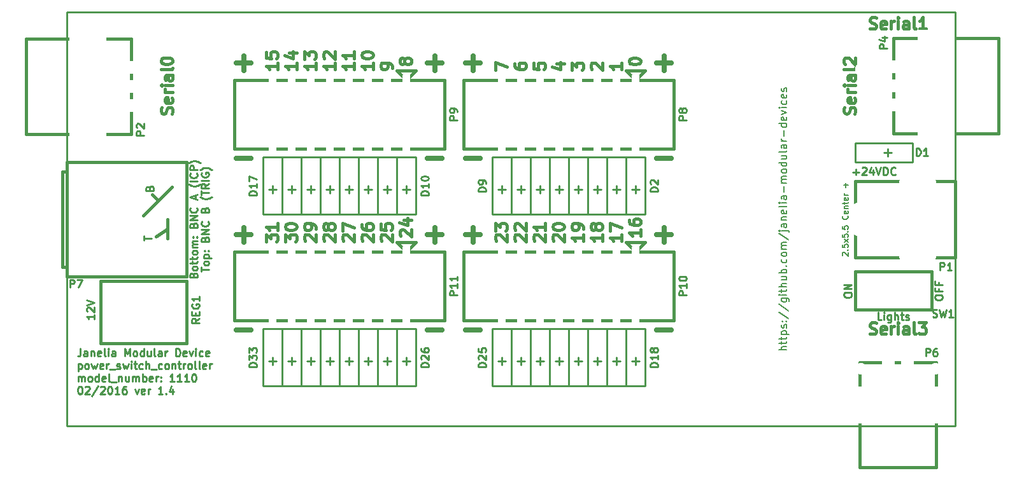
<source format=gto>
G04 #@! TF.FileFunction,Legend,Top*
%FSLAX46Y46*%
G04 Gerber Fmt 4.6, Leading zero omitted, Abs format (unit mm)*
G04 Created by KiCad (PCBNEW 0.201602231446+6579~42~ubuntu14.04.1-product) date Fri 26 Feb 2016 12:54:47 PM EST*
%MOMM*%
G01*
G04 APERTURE LIST*
%ADD10C,0.100000*%
%ADD11C,0.254000*%
%ADD12C,0.381000*%
%ADD13C,0.190500*%
%ADD14C,0.635000*%
%ADD15C,0.228600*%
%ADD16O,1.524000X2.032000*%
%ADD17O,2.032000X1.524000*%
%ADD18O,1.524000X2.540000*%
%ADD19C,1.930400*%
%ADD20O,4.572000X3.556000*%
%ADD21O,4.064000X5.080000*%
%ADD22O,5.080000X3.556000*%
%ADD23O,5.080000X3.048000*%
%ADD24R,1.016000X4.495800*%
%ADD25C,3.759200*%
%ADD26O,2.540000X1.524000*%
%ADD27O,1.651000X2.159000*%
%ADD28R,4.191000X1.778000*%
%ADD29C,1.600200*%
%ADD30R,5.029200X2.997200*%
%ADD31R,1.778000X4.191000*%
%ADD32R,2.997200X5.029200*%
G04 APERTURE END LIST*
D10*
D11*
X201651810Y-116283619D02*
X201168001Y-116283619D01*
X201168001Y-115267619D01*
X201990477Y-116283619D02*
X201990477Y-115606286D01*
X201990477Y-115267619D02*
X201942096Y-115316000D01*
X201990477Y-115364381D01*
X202038858Y-115316000D01*
X201990477Y-115267619D01*
X201990477Y-115364381D01*
X202909715Y-115606286D02*
X202909715Y-116428762D01*
X202861334Y-116525524D01*
X202812953Y-116573905D01*
X202716192Y-116622286D01*
X202571049Y-116622286D01*
X202474287Y-116573905D01*
X202909715Y-116235238D02*
X202812953Y-116283619D01*
X202619430Y-116283619D01*
X202522668Y-116235238D01*
X202474287Y-116186857D01*
X202425906Y-116090095D01*
X202425906Y-115799810D01*
X202474287Y-115703048D01*
X202522668Y-115654667D01*
X202619430Y-115606286D01*
X202812953Y-115606286D01*
X202909715Y-115654667D01*
X203393525Y-116283619D02*
X203393525Y-115267619D01*
X203828953Y-116283619D02*
X203828953Y-115751429D01*
X203780572Y-115654667D01*
X203683810Y-115606286D01*
X203538668Y-115606286D01*
X203441906Y-115654667D01*
X203393525Y-115703048D01*
X204167620Y-115606286D02*
X204554668Y-115606286D01*
X204312763Y-115267619D02*
X204312763Y-116138476D01*
X204361144Y-116235238D01*
X204457906Y-116283619D01*
X204554668Y-116283619D01*
X204844953Y-116235238D02*
X204941715Y-116283619D01*
X205135239Y-116283619D01*
X205232000Y-116235238D01*
X205280381Y-116138476D01*
X205280381Y-116090095D01*
X205232000Y-115993333D01*
X205135239Y-115944952D01*
X204990096Y-115944952D01*
X204893334Y-115896571D01*
X204844953Y-115799810D01*
X204844953Y-115751429D01*
X204893334Y-115654667D01*
X204990096Y-115606286D01*
X205135239Y-115606286D01*
X205232000Y-115654667D01*
D12*
X200097571Y-118091857D02*
X200315285Y-118164429D01*
X200678142Y-118164429D01*
X200823285Y-118091857D01*
X200895856Y-118019286D01*
X200968428Y-117874143D01*
X200968428Y-117729000D01*
X200895856Y-117583857D01*
X200823285Y-117511286D01*
X200678142Y-117438714D01*
X200387856Y-117366143D01*
X200242714Y-117293571D01*
X200170142Y-117221000D01*
X200097571Y-117075857D01*
X200097571Y-116930714D01*
X200170142Y-116785571D01*
X200242714Y-116713000D01*
X200387856Y-116640429D01*
X200750714Y-116640429D01*
X200968428Y-116713000D01*
X202202143Y-118091857D02*
X202057000Y-118164429D01*
X201766714Y-118164429D01*
X201621571Y-118091857D01*
X201549000Y-117946714D01*
X201549000Y-117366143D01*
X201621571Y-117221000D01*
X201766714Y-117148429D01*
X202057000Y-117148429D01*
X202202143Y-117221000D01*
X202274714Y-117366143D01*
X202274714Y-117511286D01*
X201549000Y-117656429D01*
X202927857Y-118164429D02*
X202927857Y-117148429D01*
X202927857Y-117438714D02*
X203000429Y-117293571D01*
X203073000Y-117221000D01*
X203218143Y-117148429D01*
X203363286Y-117148429D01*
X203871286Y-118164429D02*
X203871286Y-117148429D01*
X203871286Y-116640429D02*
X203798715Y-116713000D01*
X203871286Y-116785571D01*
X203943858Y-116713000D01*
X203871286Y-116640429D01*
X203871286Y-116785571D01*
X205250143Y-118164429D02*
X205250143Y-117366143D01*
X205177572Y-117221000D01*
X205032429Y-117148429D01*
X204742143Y-117148429D01*
X204597000Y-117221000D01*
X205250143Y-118091857D02*
X205105000Y-118164429D01*
X204742143Y-118164429D01*
X204597000Y-118091857D01*
X204524429Y-117946714D01*
X204524429Y-117801571D01*
X204597000Y-117656429D01*
X204742143Y-117583857D01*
X205105000Y-117583857D01*
X205250143Y-117511286D01*
X206193571Y-118164429D02*
X206048429Y-118091857D01*
X205975857Y-117946714D01*
X205975857Y-116640429D01*
X206629000Y-116640429D02*
X207572429Y-116640429D01*
X207064429Y-117221000D01*
X207282143Y-117221000D01*
X207427286Y-117293571D01*
X207499857Y-117366143D01*
X207572429Y-117511286D01*
X207572429Y-117874143D01*
X207499857Y-118019286D01*
X207427286Y-118091857D01*
X207282143Y-118164429D01*
X206846715Y-118164429D01*
X206701572Y-118091857D01*
X206629000Y-118019286D01*
X198101857Y-88827429D02*
X198174429Y-88609715D01*
X198174429Y-88246858D01*
X198101857Y-88101715D01*
X198029286Y-88029144D01*
X197884143Y-87956572D01*
X197739000Y-87956572D01*
X197593857Y-88029144D01*
X197521286Y-88101715D01*
X197448714Y-88246858D01*
X197376143Y-88537144D01*
X197303571Y-88682286D01*
X197231000Y-88754858D01*
X197085857Y-88827429D01*
X196940714Y-88827429D01*
X196795571Y-88754858D01*
X196723000Y-88682286D01*
X196650429Y-88537144D01*
X196650429Y-88174286D01*
X196723000Y-87956572D01*
X198101857Y-86722857D02*
X198174429Y-86868000D01*
X198174429Y-87158286D01*
X198101857Y-87303429D01*
X197956714Y-87376000D01*
X197376143Y-87376000D01*
X197231000Y-87303429D01*
X197158429Y-87158286D01*
X197158429Y-86868000D01*
X197231000Y-86722857D01*
X197376143Y-86650286D01*
X197521286Y-86650286D01*
X197666429Y-87376000D01*
X198174429Y-85997143D02*
X197158429Y-85997143D01*
X197448714Y-85997143D02*
X197303571Y-85924571D01*
X197231000Y-85852000D01*
X197158429Y-85706857D01*
X197158429Y-85561714D01*
X198174429Y-85053714D02*
X197158429Y-85053714D01*
X196650429Y-85053714D02*
X196723000Y-85126285D01*
X196795571Y-85053714D01*
X196723000Y-84981142D01*
X196650429Y-85053714D01*
X196795571Y-85053714D01*
X198174429Y-83674857D02*
X197376143Y-83674857D01*
X197231000Y-83747428D01*
X197158429Y-83892571D01*
X197158429Y-84182857D01*
X197231000Y-84328000D01*
X198101857Y-83674857D02*
X198174429Y-83820000D01*
X198174429Y-84182857D01*
X198101857Y-84328000D01*
X197956714Y-84400571D01*
X197811571Y-84400571D01*
X197666429Y-84328000D01*
X197593857Y-84182857D01*
X197593857Y-83820000D01*
X197521286Y-83674857D01*
X198174429Y-82731429D02*
X198101857Y-82876571D01*
X197956714Y-82949143D01*
X196650429Y-82949143D01*
X196795571Y-82223428D02*
X196723000Y-82150857D01*
X196650429Y-82005714D01*
X196650429Y-81642857D01*
X196723000Y-81497714D01*
X196795571Y-81425143D01*
X196940714Y-81352571D01*
X197085857Y-81352571D01*
X197303571Y-81425143D01*
X198174429Y-82296000D01*
X198174429Y-81352571D01*
X200097571Y-77451857D02*
X200315285Y-77524429D01*
X200678142Y-77524429D01*
X200823285Y-77451857D01*
X200895856Y-77379286D01*
X200968428Y-77234143D01*
X200968428Y-77089000D01*
X200895856Y-76943857D01*
X200823285Y-76871286D01*
X200678142Y-76798714D01*
X200387856Y-76726143D01*
X200242714Y-76653571D01*
X200170142Y-76581000D01*
X200097571Y-76435857D01*
X200097571Y-76290714D01*
X200170142Y-76145571D01*
X200242714Y-76073000D01*
X200387856Y-76000429D01*
X200750714Y-76000429D01*
X200968428Y-76073000D01*
X202202143Y-77451857D02*
X202057000Y-77524429D01*
X201766714Y-77524429D01*
X201621571Y-77451857D01*
X201549000Y-77306714D01*
X201549000Y-76726143D01*
X201621571Y-76581000D01*
X201766714Y-76508429D01*
X202057000Y-76508429D01*
X202202143Y-76581000D01*
X202274714Y-76726143D01*
X202274714Y-76871286D01*
X201549000Y-77016429D01*
X202927857Y-77524429D02*
X202927857Y-76508429D01*
X202927857Y-76798714D02*
X203000429Y-76653571D01*
X203073000Y-76581000D01*
X203218143Y-76508429D01*
X203363286Y-76508429D01*
X203871286Y-77524429D02*
X203871286Y-76508429D01*
X203871286Y-76000429D02*
X203798715Y-76073000D01*
X203871286Y-76145571D01*
X203943858Y-76073000D01*
X203871286Y-76000429D01*
X203871286Y-76145571D01*
X205250143Y-77524429D02*
X205250143Y-76726143D01*
X205177572Y-76581000D01*
X205032429Y-76508429D01*
X204742143Y-76508429D01*
X204597000Y-76581000D01*
X205250143Y-77451857D02*
X205105000Y-77524429D01*
X204742143Y-77524429D01*
X204597000Y-77451857D01*
X204524429Y-77306714D01*
X204524429Y-77161571D01*
X204597000Y-77016429D01*
X204742143Y-76943857D01*
X205105000Y-76943857D01*
X205250143Y-76871286D01*
X206193571Y-77524429D02*
X206048429Y-77451857D01*
X205975857Y-77306714D01*
X205975857Y-76000429D01*
X207572429Y-77524429D02*
X206701572Y-77524429D01*
X207137000Y-77524429D02*
X207137000Y-76000429D01*
X206991857Y-76218143D01*
X206846715Y-76363286D01*
X206701572Y-76435857D01*
X107296857Y-88827429D02*
X107369429Y-88609715D01*
X107369429Y-88246858D01*
X107296857Y-88101715D01*
X107224286Y-88029144D01*
X107079143Y-87956572D01*
X106934000Y-87956572D01*
X106788857Y-88029144D01*
X106716286Y-88101715D01*
X106643714Y-88246858D01*
X106571143Y-88537144D01*
X106498571Y-88682286D01*
X106426000Y-88754858D01*
X106280857Y-88827429D01*
X106135714Y-88827429D01*
X105990571Y-88754858D01*
X105918000Y-88682286D01*
X105845429Y-88537144D01*
X105845429Y-88174286D01*
X105918000Y-87956572D01*
X107296857Y-86722857D02*
X107369429Y-86868000D01*
X107369429Y-87158286D01*
X107296857Y-87303429D01*
X107151714Y-87376000D01*
X106571143Y-87376000D01*
X106426000Y-87303429D01*
X106353429Y-87158286D01*
X106353429Y-86868000D01*
X106426000Y-86722857D01*
X106571143Y-86650286D01*
X106716286Y-86650286D01*
X106861429Y-87376000D01*
X107369429Y-85997143D02*
X106353429Y-85997143D01*
X106643714Y-85997143D02*
X106498571Y-85924571D01*
X106426000Y-85852000D01*
X106353429Y-85706857D01*
X106353429Y-85561714D01*
X107369429Y-85053714D02*
X106353429Y-85053714D01*
X105845429Y-85053714D02*
X105918000Y-85126285D01*
X105990571Y-85053714D01*
X105918000Y-84981142D01*
X105845429Y-85053714D01*
X105990571Y-85053714D01*
X107369429Y-83674857D02*
X106571143Y-83674857D01*
X106426000Y-83747428D01*
X106353429Y-83892571D01*
X106353429Y-84182857D01*
X106426000Y-84328000D01*
X107296857Y-83674857D02*
X107369429Y-83820000D01*
X107369429Y-84182857D01*
X107296857Y-84328000D01*
X107151714Y-84400571D01*
X107006571Y-84400571D01*
X106861429Y-84328000D01*
X106788857Y-84182857D01*
X106788857Y-83820000D01*
X106716286Y-83674857D01*
X107369429Y-82731429D02*
X107296857Y-82876571D01*
X107151714Y-82949143D01*
X105845429Y-82949143D01*
X105845429Y-81860571D02*
X105845429Y-81715428D01*
X105918000Y-81570285D01*
X105990571Y-81497714D01*
X106135714Y-81425143D01*
X106426000Y-81352571D01*
X106788857Y-81352571D01*
X107079143Y-81425143D01*
X107224286Y-81497714D01*
X107296857Y-81570285D01*
X107369429Y-81715428D01*
X107369429Y-81860571D01*
X107296857Y-82005714D01*
X107224286Y-82078285D01*
X107079143Y-82150857D01*
X106788857Y-82223428D01*
X106426000Y-82223428D01*
X106135714Y-82150857D01*
X105990571Y-82078285D01*
X105918000Y-82005714D01*
X105845429Y-81860571D01*
D13*
X196505286Y-107732285D02*
X196469000Y-107695999D01*
X196432714Y-107623428D01*
X196432714Y-107441999D01*
X196469000Y-107369428D01*
X196505286Y-107333142D01*
X196577857Y-107296857D01*
X196650429Y-107296857D01*
X196759286Y-107333142D01*
X197194714Y-107768571D01*
X197194714Y-107296857D01*
X197122143Y-106970285D02*
X197158429Y-106934000D01*
X197194714Y-106970285D01*
X197158429Y-107006571D01*
X197122143Y-106970285D01*
X197194714Y-106970285D01*
X196432714Y-106244571D02*
X196432714Y-106607428D01*
X196795571Y-106643714D01*
X196759286Y-106607428D01*
X196723000Y-106534857D01*
X196723000Y-106353428D01*
X196759286Y-106280857D01*
X196795571Y-106244571D01*
X196868143Y-106208286D01*
X197049571Y-106208286D01*
X197122143Y-106244571D01*
X197158429Y-106280857D01*
X197194714Y-106353428D01*
X197194714Y-106534857D01*
X197158429Y-106607428D01*
X197122143Y-106643714D01*
X197194714Y-105954286D02*
X196686714Y-105555143D01*
X196686714Y-105954286D02*
X197194714Y-105555143D01*
X196432714Y-104902000D02*
X196432714Y-105264857D01*
X196795571Y-105301143D01*
X196759286Y-105264857D01*
X196723000Y-105192286D01*
X196723000Y-105010857D01*
X196759286Y-104938286D01*
X196795571Y-104902000D01*
X196868143Y-104865715D01*
X197049571Y-104865715D01*
X197122143Y-104902000D01*
X197158429Y-104938286D01*
X197194714Y-105010857D01*
X197194714Y-105192286D01*
X197158429Y-105264857D01*
X197122143Y-105301143D01*
X197122143Y-104539143D02*
X197158429Y-104502858D01*
X197194714Y-104539143D01*
X197158429Y-104575429D01*
X197122143Y-104539143D01*
X197194714Y-104539143D01*
X196432714Y-103813429D02*
X196432714Y-104176286D01*
X196795571Y-104212572D01*
X196759286Y-104176286D01*
X196723000Y-104103715D01*
X196723000Y-103922286D01*
X196759286Y-103849715D01*
X196795571Y-103813429D01*
X196868143Y-103777144D01*
X197049571Y-103777144D01*
X197122143Y-103813429D01*
X197158429Y-103849715D01*
X197194714Y-103922286D01*
X197194714Y-104103715D01*
X197158429Y-104176286D01*
X197122143Y-104212572D01*
X197122143Y-102434573D02*
X197158429Y-102470859D01*
X197194714Y-102579716D01*
X197194714Y-102652287D01*
X197158429Y-102761144D01*
X197085857Y-102833716D01*
X197013286Y-102870001D01*
X196868143Y-102906287D01*
X196759286Y-102906287D01*
X196614143Y-102870001D01*
X196541571Y-102833716D01*
X196469000Y-102761144D01*
X196432714Y-102652287D01*
X196432714Y-102579716D01*
X196469000Y-102470859D01*
X196505286Y-102434573D01*
X197158429Y-101817716D02*
X197194714Y-101890287D01*
X197194714Y-102035430D01*
X197158429Y-102108001D01*
X197085857Y-102144287D01*
X196795571Y-102144287D01*
X196723000Y-102108001D01*
X196686714Y-102035430D01*
X196686714Y-101890287D01*
X196723000Y-101817716D01*
X196795571Y-101781430D01*
X196868143Y-101781430D01*
X196940714Y-102144287D01*
X196686714Y-101454858D02*
X197194714Y-101454858D01*
X196759286Y-101454858D02*
X196723000Y-101418573D01*
X196686714Y-101346001D01*
X196686714Y-101237144D01*
X196723000Y-101164573D01*
X196795571Y-101128287D01*
X197194714Y-101128287D01*
X196686714Y-100874287D02*
X196686714Y-100584001D01*
X196432714Y-100765429D02*
X197085857Y-100765429D01*
X197158429Y-100729144D01*
X197194714Y-100656572D01*
X197194714Y-100584001D01*
X197158429Y-100039715D02*
X197194714Y-100112286D01*
X197194714Y-100257429D01*
X197158429Y-100330000D01*
X197085857Y-100366286D01*
X196795571Y-100366286D01*
X196723000Y-100330000D01*
X196686714Y-100257429D01*
X196686714Y-100112286D01*
X196723000Y-100039715D01*
X196795571Y-100003429D01*
X196868143Y-100003429D01*
X196940714Y-100366286D01*
X197194714Y-99676857D02*
X196686714Y-99676857D01*
X196831857Y-99676857D02*
X196759286Y-99640572D01*
X196723000Y-99604286D01*
X196686714Y-99531715D01*
X196686714Y-99459143D01*
X196904429Y-98624572D02*
X196904429Y-98044001D01*
X197194714Y-98334287D02*
X196614143Y-98334287D01*
D14*
X115872381Y-94796429D02*
X117807619Y-94796429D01*
X141272381Y-94796429D02*
X143207619Y-94796429D01*
X115872381Y-82096429D02*
X117807619Y-82096429D01*
X116840000Y-83064048D02*
X116840000Y-81128810D01*
X141272381Y-82096429D02*
X143207619Y-82096429D01*
X142240000Y-83064048D02*
X142240000Y-81128810D01*
X171752381Y-94796429D02*
X173687619Y-94796429D01*
X146352381Y-94796429D02*
X148287619Y-94796429D01*
X146352381Y-82096429D02*
X148287619Y-82096429D01*
X147320000Y-83064048D02*
X147320000Y-81128810D01*
X171752381Y-82096429D02*
X173687619Y-82096429D01*
X172720000Y-83064048D02*
X172720000Y-81128810D01*
X115872381Y-117656429D02*
X117807619Y-117656429D01*
X171752381Y-117656429D02*
X173687619Y-117656429D01*
X146352381Y-117656429D02*
X148287619Y-117656429D01*
X146352381Y-104956429D02*
X148287619Y-104956429D01*
X147320000Y-105924048D02*
X147320000Y-103988810D01*
X171752381Y-104956429D02*
X173687619Y-104956429D01*
X172720000Y-105924048D02*
X172720000Y-103988810D01*
X115872381Y-104956429D02*
X117807619Y-104956429D01*
X116840000Y-105924048D02*
X116840000Y-103988810D01*
D12*
X167059429Y-82023857D02*
X167059429Y-82894714D01*
X167059429Y-82459286D02*
X165535429Y-82459286D01*
X165753143Y-82604429D01*
X165898286Y-82749571D01*
X165970857Y-82894714D01*
X163140571Y-82894714D02*
X163068000Y-82822143D01*
X162995429Y-82677000D01*
X162995429Y-82314143D01*
X163068000Y-82169000D01*
X163140571Y-82096429D01*
X163285714Y-82023857D01*
X163430857Y-82023857D01*
X163648571Y-82096429D01*
X164519429Y-82967286D01*
X164519429Y-82023857D01*
X160455429Y-82967286D02*
X160455429Y-82023857D01*
X161036000Y-82531857D01*
X161036000Y-82314143D01*
X161108571Y-82169000D01*
X161181143Y-82096429D01*
X161326286Y-82023857D01*
X161689143Y-82023857D01*
X161834286Y-82096429D01*
X161906857Y-82169000D01*
X161979429Y-82314143D01*
X161979429Y-82749571D01*
X161906857Y-82894714D01*
X161834286Y-82967286D01*
X158423429Y-82169000D02*
X159439429Y-82169000D01*
X157842857Y-82531857D02*
X158931429Y-82894714D01*
X158931429Y-81951286D01*
X155375429Y-82096429D02*
X155375429Y-82822143D01*
X156101143Y-82894714D01*
X156028571Y-82822143D01*
X155956000Y-82677000D01*
X155956000Y-82314143D01*
X156028571Y-82169000D01*
X156101143Y-82096429D01*
X156246286Y-82023857D01*
X156609143Y-82023857D01*
X156754286Y-82096429D01*
X156826857Y-82169000D01*
X156899429Y-82314143D01*
X156899429Y-82677000D01*
X156826857Y-82822143D01*
X156754286Y-82894714D01*
X152835429Y-82169000D02*
X152835429Y-82459286D01*
X152908000Y-82604429D01*
X152980571Y-82677000D01*
X153198286Y-82822143D01*
X153488571Y-82894714D01*
X154069143Y-82894714D01*
X154214286Y-82822143D01*
X154286857Y-82749571D01*
X154359429Y-82604429D01*
X154359429Y-82314143D01*
X154286857Y-82169000D01*
X154214286Y-82096429D01*
X154069143Y-82023857D01*
X153706286Y-82023857D01*
X153561143Y-82096429D01*
X153488571Y-82169000D01*
X153416000Y-82314143D01*
X153416000Y-82604429D01*
X153488571Y-82749571D01*
X153561143Y-82822143D01*
X153706286Y-82894714D01*
X150295429Y-82967286D02*
X150295429Y-81951286D01*
X151819429Y-82604429D01*
X138248571Y-81969429D02*
X138176000Y-82114571D01*
X138103429Y-82187143D01*
X137958286Y-82259714D01*
X137885714Y-82259714D01*
X137740571Y-82187143D01*
X137668000Y-82114571D01*
X137595429Y-81969429D01*
X137595429Y-81679143D01*
X137668000Y-81534000D01*
X137740571Y-81461429D01*
X137885714Y-81388857D01*
X137958286Y-81388857D01*
X138103429Y-81461429D01*
X138176000Y-81534000D01*
X138248571Y-81679143D01*
X138248571Y-81969429D01*
X138321143Y-82114571D01*
X138393714Y-82187143D01*
X138538857Y-82259714D01*
X138829143Y-82259714D01*
X138974286Y-82187143D01*
X139046857Y-82114571D01*
X139119429Y-81969429D01*
X139119429Y-81679143D01*
X139046857Y-81534000D01*
X138974286Y-81461429D01*
X138829143Y-81388857D01*
X138538857Y-81388857D01*
X138393714Y-81461429D01*
X138321143Y-81534000D01*
X138248571Y-81679143D01*
X136579429Y-82749571D02*
X136579429Y-82459286D01*
X136506857Y-82314143D01*
X136434286Y-82241571D01*
X136216571Y-82096429D01*
X135926286Y-82023857D01*
X135345714Y-82023857D01*
X135200571Y-82096429D01*
X135128000Y-82169000D01*
X135055429Y-82314143D01*
X135055429Y-82604429D01*
X135128000Y-82749571D01*
X135200571Y-82822143D01*
X135345714Y-82894714D01*
X135708571Y-82894714D01*
X135853714Y-82822143D01*
X135926286Y-82749571D01*
X135998857Y-82604429D01*
X135998857Y-82314143D01*
X135926286Y-82169000D01*
X135853714Y-82096429D01*
X135708571Y-82023857D01*
X134039429Y-82023857D02*
X134039429Y-82894714D01*
X134039429Y-82459286D02*
X132515429Y-82459286D01*
X132733143Y-82604429D01*
X132878286Y-82749571D01*
X132950857Y-82894714D01*
X132515429Y-81080428D02*
X132515429Y-80935285D01*
X132588000Y-80790142D01*
X132660571Y-80717571D01*
X132805714Y-80645000D01*
X133096000Y-80572428D01*
X133458857Y-80572428D01*
X133749143Y-80645000D01*
X133894286Y-80717571D01*
X133966857Y-80790142D01*
X134039429Y-80935285D01*
X134039429Y-81080428D01*
X133966857Y-81225571D01*
X133894286Y-81298142D01*
X133749143Y-81370714D01*
X133458857Y-81443285D01*
X133096000Y-81443285D01*
X132805714Y-81370714D01*
X132660571Y-81298142D01*
X132588000Y-81225571D01*
X132515429Y-81080428D01*
X131499429Y-82023857D02*
X131499429Y-82894714D01*
X131499429Y-82459286D02*
X129975429Y-82459286D01*
X130193143Y-82604429D01*
X130338286Y-82749571D01*
X130410857Y-82894714D01*
X131499429Y-80572428D02*
X131499429Y-81443285D01*
X131499429Y-81007857D02*
X129975429Y-81007857D01*
X130193143Y-81153000D01*
X130338286Y-81298142D01*
X130410857Y-81443285D01*
X128959429Y-82023857D02*
X128959429Y-82894714D01*
X128959429Y-82459286D02*
X127435429Y-82459286D01*
X127653143Y-82604429D01*
X127798286Y-82749571D01*
X127870857Y-82894714D01*
X127580571Y-81443285D02*
X127508000Y-81370714D01*
X127435429Y-81225571D01*
X127435429Y-80862714D01*
X127508000Y-80717571D01*
X127580571Y-80645000D01*
X127725714Y-80572428D01*
X127870857Y-80572428D01*
X128088571Y-80645000D01*
X128959429Y-81515857D01*
X128959429Y-80572428D01*
X126419429Y-82023857D02*
X126419429Y-82894714D01*
X126419429Y-82459286D02*
X124895429Y-82459286D01*
X125113143Y-82604429D01*
X125258286Y-82749571D01*
X125330857Y-82894714D01*
X124895429Y-81515857D02*
X124895429Y-80572428D01*
X125476000Y-81080428D01*
X125476000Y-80862714D01*
X125548571Y-80717571D01*
X125621143Y-80645000D01*
X125766286Y-80572428D01*
X126129143Y-80572428D01*
X126274286Y-80645000D01*
X126346857Y-80717571D01*
X126419429Y-80862714D01*
X126419429Y-81298142D01*
X126346857Y-81443285D01*
X126274286Y-81515857D01*
X123879429Y-82023857D02*
X123879429Y-82894714D01*
X123879429Y-82459286D02*
X122355429Y-82459286D01*
X122573143Y-82604429D01*
X122718286Y-82749571D01*
X122790857Y-82894714D01*
X122863429Y-80717571D02*
X123879429Y-80717571D01*
X122282857Y-81080428D02*
X123371429Y-81443285D01*
X123371429Y-80499857D01*
X121339429Y-82023857D02*
X121339429Y-82894714D01*
X121339429Y-82459286D02*
X119815429Y-82459286D01*
X120033143Y-82604429D01*
X120178286Y-82749571D01*
X120250857Y-82894714D01*
X119815429Y-80645000D02*
X119815429Y-81370714D01*
X120541143Y-81443285D01*
X120468571Y-81370714D01*
X120396000Y-81225571D01*
X120396000Y-80862714D01*
X120468571Y-80717571D01*
X120541143Y-80645000D01*
X120686286Y-80572428D01*
X121049143Y-80572428D01*
X121194286Y-80645000D01*
X121266857Y-80717571D01*
X121339429Y-80862714D01*
X121339429Y-81225571D01*
X121266857Y-81370714D01*
X121194286Y-81443285D01*
X168075429Y-81896857D02*
X168075429Y-81751714D01*
X168148000Y-81606571D01*
X168220571Y-81534000D01*
X168365714Y-81461429D01*
X168656000Y-81388857D01*
X169018857Y-81388857D01*
X169309143Y-81461429D01*
X169454286Y-81534000D01*
X169526857Y-81606571D01*
X169599429Y-81751714D01*
X169599429Y-81896857D01*
X169526857Y-82042000D01*
X169454286Y-82114571D01*
X169309143Y-82187143D01*
X169018857Y-82259714D01*
X168656000Y-82259714D01*
X168365714Y-82187143D01*
X168220571Y-82114571D01*
X168148000Y-82042000D01*
X168075429Y-81896857D01*
X164519429Y-104883857D02*
X164519429Y-105754714D01*
X164519429Y-105319286D02*
X162995429Y-105319286D01*
X163213143Y-105464429D01*
X163358286Y-105609571D01*
X163430857Y-105754714D01*
X163648571Y-104013000D02*
X163576000Y-104158142D01*
X163503429Y-104230714D01*
X163358286Y-104303285D01*
X163285714Y-104303285D01*
X163140571Y-104230714D01*
X163068000Y-104158142D01*
X162995429Y-104013000D01*
X162995429Y-103722714D01*
X163068000Y-103577571D01*
X163140571Y-103505000D01*
X163285714Y-103432428D01*
X163358286Y-103432428D01*
X163503429Y-103505000D01*
X163576000Y-103577571D01*
X163648571Y-103722714D01*
X163648571Y-104013000D01*
X163721143Y-104158142D01*
X163793714Y-104230714D01*
X163938857Y-104303285D01*
X164229143Y-104303285D01*
X164374286Y-104230714D01*
X164446857Y-104158142D01*
X164519429Y-104013000D01*
X164519429Y-103722714D01*
X164446857Y-103577571D01*
X164374286Y-103505000D01*
X164229143Y-103432428D01*
X163938857Y-103432428D01*
X163793714Y-103505000D01*
X163721143Y-103577571D01*
X163648571Y-103722714D01*
X161979429Y-104883857D02*
X161979429Y-105754714D01*
X161979429Y-105319286D02*
X160455429Y-105319286D01*
X160673143Y-105464429D01*
X160818286Y-105609571D01*
X160890857Y-105754714D01*
X161979429Y-104158142D02*
X161979429Y-103867857D01*
X161906857Y-103722714D01*
X161834286Y-103650142D01*
X161616571Y-103505000D01*
X161326286Y-103432428D01*
X160745714Y-103432428D01*
X160600571Y-103505000D01*
X160528000Y-103577571D01*
X160455429Y-103722714D01*
X160455429Y-104013000D01*
X160528000Y-104158142D01*
X160600571Y-104230714D01*
X160745714Y-104303285D01*
X161108571Y-104303285D01*
X161253714Y-104230714D01*
X161326286Y-104158142D01*
X161398857Y-104013000D01*
X161398857Y-103722714D01*
X161326286Y-103577571D01*
X161253714Y-103505000D01*
X161108571Y-103432428D01*
X158060571Y-105754714D02*
X157988000Y-105682143D01*
X157915429Y-105537000D01*
X157915429Y-105174143D01*
X157988000Y-105029000D01*
X158060571Y-104956429D01*
X158205714Y-104883857D01*
X158350857Y-104883857D01*
X158568571Y-104956429D01*
X159439429Y-105827286D01*
X159439429Y-104883857D01*
X157915429Y-103940428D02*
X157915429Y-103795285D01*
X157988000Y-103650142D01*
X158060571Y-103577571D01*
X158205714Y-103505000D01*
X158496000Y-103432428D01*
X158858857Y-103432428D01*
X159149143Y-103505000D01*
X159294286Y-103577571D01*
X159366857Y-103650142D01*
X159439429Y-103795285D01*
X159439429Y-103940428D01*
X159366857Y-104085571D01*
X159294286Y-104158142D01*
X159149143Y-104230714D01*
X158858857Y-104303285D01*
X158496000Y-104303285D01*
X158205714Y-104230714D01*
X158060571Y-104158142D01*
X157988000Y-104085571D01*
X157915429Y-103940428D01*
X155520571Y-105754714D02*
X155448000Y-105682143D01*
X155375429Y-105537000D01*
X155375429Y-105174143D01*
X155448000Y-105029000D01*
X155520571Y-104956429D01*
X155665714Y-104883857D01*
X155810857Y-104883857D01*
X156028571Y-104956429D01*
X156899429Y-105827286D01*
X156899429Y-104883857D01*
X156899429Y-103432428D02*
X156899429Y-104303285D01*
X156899429Y-103867857D02*
X155375429Y-103867857D01*
X155593143Y-104013000D01*
X155738286Y-104158142D01*
X155810857Y-104303285D01*
X152980571Y-105754714D02*
X152908000Y-105682143D01*
X152835429Y-105537000D01*
X152835429Y-105174143D01*
X152908000Y-105029000D01*
X152980571Y-104956429D01*
X153125714Y-104883857D01*
X153270857Y-104883857D01*
X153488571Y-104956429D01*
X154359429Y-105827286D01*
X154359429Y-104883857D01*
X152980571Y-104303285D02*
X152908000Y-104230714D01*
X152835429Y-104085571D01*
X152835429Y-103722714D01*
X152908000Y-103577571D01*
X152980571Y-103505000D01*
X153125714Y-103432428D01*
X153270857Y-103432428D01*
X153488571Y-103505000D01*
X154359429Y-104375857D01*
X154359429Y-103432428D01*
X150440571Y-105754714D02*
X150368000Y-105682143D01*
X150295429Y-105537000D01*
X150295429Y-105174143D01*
X150368000Y-105029000D01*
X150440571Y-104956429D01*
X150585714Y-104883857D01*
X150730857Y-104883857D01*
X150948571Y-104956429D01*
X151819429Y-105827286D01*
X151819429Y-104883857D01*
X150295429Y-104375857D02*
X150295429Y-103432428D01*
X150876000Y-103940428D01*
X150876000Y-103722714D01*
X150948571Y-103577571D01*
X151021143Y-103505000D01*
X151166286Y-103432428D01*
X151529143Y-103432428D01*
X151674286Y-103505000D01*
X151746857Y-103577571D01*
X151819429Y-103722714D01*
X151819429Y-104158142D01*
X151746857Y-104303285D01*
X151674286Y-104375857D01*
X137740571Y-105119714D02*
X137668000Y-105047143D01*
X137595429Y-104902000D01*
X137595429Y-104539143D01*
X137668000Y-104394000D01*
X137740571Y-104321429D01*
X137885714Y-104248857D01*
X138030857Y-104248857D01*
X138248571Y-104321429D01*
X139119429Y-105192286D01*
X139119429Y-104248857D01*
X138103429Y-102942571D02*
X139119429Y-102942571D01*
X137522857Y-103305428D02*
X138611429Y-103668285D01*
X138611429Y-102724857D01*
X135200571Y-105754714D02*
X135128000Y-105682143D01*
X135055429Y-105537000D01*
X135055429Y-105174143D01*
X135128000Y-105029000D01*
X135200571Y-104956429D01*
X135345714Y-104883857D01*
X135490857Y-104883857D01*
X135708571Y-104956429D01*
X136579429Y-105827286D01*
X136579429Y-104883857D01*
X135055429Y-103505000D02*
X135055429Y-104230714D01*
X135781143Y-104303285D01*
X135708571Y-104230714D01*
X135636000Y-104085571D01*
X135636000Y-103722714D01*
X135708571Y-103577571D01*
X135781143Y-103505000D01*
X135926286Y-103432428D01*
X136289143Y-103432428D01*
X136434286Y-103505000D01*
X136506857Y-103577571D01*
X136579429Y-103722714D01*
X136579429Y-104085571D01*
X136506857Y-104230714D01*
X136434286Y-104303285D01*
X132660571Y-105754714D02*
X132588000Y-105682143D01*
X132515429Y-105537000D01*
X132515429Y-105174143D01*
X132588000Y-105029000D01*
X132660571Y-104956429D01*
X132805714Y-104883857D01*
X132950857Y-104883857D01*
X133168571Y-104956429D01*
X134039429Y-105827286D01*
X134039429Y-104883857D01*
X132515429Y-103577571D02*
X132515429Y-103867857D01*
X132588000Y-104013000D01*
X132660571Y-104085571D01*
X132878286Y-104230714D01*
X133168571Y-104303285D01*
X133749143Y-104303285D01*
X133894286Y-104230714D01*
X133966857Y-104158142D01*
X134039429Y-104013000D01*
X134039429Y-103722714D01*
X133966857Y-103577571D01*
X133894286Y-103505000D01*
X133749143Y-103432428D01*
X133386286Y-103432428D01*
X133241143Y-103505000D01*
X133168571Y-103577571D01*
X133096000Y-103722714D01*
X133096000Y-104013000D01*
X133168571Y-104158142D01*
X133241143Y-104230714D01*
X133386286Y-104303285D01*
X130120571Y-105754714D02*
X130048000Y-105682143D01*
X129975429Y-105537000D01*
X129975429Y-105174143D01*
X130048000Y-105029000D01*
X130120571Y-104956429D01*
X130265714Y-104883857D01*
X130410857Y-104883857D01*
X130628571Y-104956429D01*
X131499429Y-105827286D01*
X131499429Y-104883857D01*
X129975429Y-104375857D02*
X129975429Y-103359857D01*
X131499429Y-104013000D01*
X127580571Y-105754714D02*
X127508000Y-105682143D01*
X127435429Y-105537000D01*
X127435429Y-105174143D01*
X127508000Y-105029000D01*
X127580571Y-104956429D01*
X127725714Y-104883857D01*
X127870857Y-104883857D01*
X128088571Y-104956429D01*
X128959429Y-105827286D01*
X128959429Y-104883857D01*
X128088571Y-104013000D02*
X128016000Y-104158142D01*
X127943429Y-104230714D01*
X127798286Y-104303285D01*
X127725714Y-104303285D01*
X127580571Y-104230714D01*
X127508000Y-104158142D01*
X127435429Y-104013000D01*
X127435429Y-103722714D01*
X127508000Y-103577571D01*
X127580571Y-103505000D01*
X127725714Y-103432428D01*
X127798286Y-103432428D01*
X127943429Y-103505000D01*
X128016000Y-103577571D01*
X128088571Y-103722714D01*
X128088571Y-104013000D01*
X128161143Y-104158142D01*
X128233714Y-104230714D01*
X128378857Y-104303285D01*
X128669143Y-104303285D01*
X128814286Y-104230714D01*
X128886857Y-104158142D01*
X128959429Y-104013000D01*
X128959429Y-103722714D01*
X128886857Y-103577571D01*
X128814286Y-103505000D01*
X128669143Y-103432428D01*
X128378857Y-103432428D01*
X128233714Y-103505000D01*
X128161143Y-103577571D01*
X128088571Y-103722714D01*
X125040571Y-105754714D02*
X124968000Y-105682143D01*
X124895429Y-105537000D01*
X124895429Y-105174143D01*
X124968000Y-105029000D01*
X125040571Y-104956429D01*
X125185714Y-104883857D01*
X125330857Y-104883857D01*
X125548571Y-104956429D01*
X126419429Y-105827286D01*
X126419429Y-104883857D01*
X126419429Y-104158142D02*
X126419429Y-103867857D01*
X126346857Y-103722714D01*
X126274286Y-103650142D01*
X126056571Y-103505000D01*
X125766286Y-103432428D01*
X125185714Y-103432428D01*
X125040571Y-103505000D01*
X124968000Y-103577571D01*
X124895429Y-103722714D01*
X124895429Y-104013000D01*
X124968000Y-104158142D01*
X125040571Y-104230714D01*
X125185714Y-104303285D01*
X125548571Y-104303285D01*
X125693714Y-104230714D01*
X125766286Y-104158142D01*
X125838857Y-104013000D01*
X125838857Y-103722714D01*
X125766286Y-103577571D01*
X125693714Y-103505000D01*
X125548571Y-103432428D01*
X122355429Y-105827286D02*
X122355429Y-104883857D01*
X122936000Y-105391857D01*
X122936000Y-105174143D01*
X123008571Y-105029000D01*
X123081143Y-104956429D01*
X123226286Y-104883857D01*
X123589143Y-104883857D01*
X123734286Y-104956429D01*
X123806857Y-105029000D01*
X123879429Y-105174143D01*
X123879429Y-105609571D01*
X123806857Y-105754714D01*
X123734286Y-105827286D01*
X122355429Y-103940428D02*
X122355429Y-103795285D01*
X122428000Y-103650142D01*
X122500571Y-103577571D01*
X122645714Y-103505000D01*
X122936000Y-103432428D01*
X123298857Y-103432428D01*
X123589143Y-103505000D01*
X123734286Y-103577571D01*
X123806857Y-103650142D01*
X123879429Y-103795285D01*
X123879429Y-103940428D01*
X123806857Y-104085571D01*
X123734286Y-104158142D01*
X123589143Y-104230714D01*
X123298857Y-104303285D01*
X122936000Y-104303285D01*
X122645714Y-104230714D01*
X122500571Y-104158142D01*
X122428000Y-104085571D01*
X122355429Y-103940428D01*
X119815429Y-105827286D02*
X119815429Y-104883857D01*
X120396000Y-105391857D01*
X120396000Y-105174143D01*
X120468571Y-105029000D01*
X120541143Y-104956429D01*
X120686286Y-104883857D01*
X121049143Y-104883857D01*
X121194286Y-104956429D01*
X121266857Y-105029000D01*
X121339429Y-105174143D01*
X121339429Y-105609571D01*
X121266857Y-105754714D01*
X121194286Y-105827286D01*
X121339429Y-103432428D02*
X121339429Y-104303285D01*
X121339429Y-103867857D02*
X119815429Y-103867857D01*
X120033143Y-104013000D01*
X120178286Y-104158142D01*
X120250857Y-104303285D01*
X167059429Y-104883857D02*
X167059429Y-105754714D01*
X167059429Y-105319286D02*
X165535429Y-105319286D01*
X165753143Y-105464429D01*
X165898286Y-105609571D01*
X165970857Y-105754714D01*
X165535429Y-104375857D02*
X165535429Y-103359857D01*
X167059429Y-104013000D01*
X169599429Y-104248857D02*
X169599429Y-105119714D01*
X169599429Y-104684286D02*
X168075429Y-104684286D01*
X168293143Y-104829429D01*
X168438286Y-104974571D01*
X168510857Y-105119714D01*
X168075429Y-102942571D02*
X168075429Y-103232857D01*
X168148000Y-103378000D01*
X168220571Y-103450571D01*
X168438286Y-103595714D01*
X168728571Y-103668285D01*
X169309143Y-103668285D01*
X169454286Y-103595714D01*
X169526857Y-103523142D01*
X169599429Y-103378000D01*
X169599429Y-103087714D01*
X169526857Y-102942571D01*
X169454286Y-102870000D01*
X169309143Y-102797428D01*
X168946286Y-102797428D01*
X168801143Y-102870000D01*
X168728571Y-102942571D01*
X168656000Y-103087714D01*
X168656000Y-103378000D01*
X168728571Y-103523142D01*
X168801143Y-103595714D01*
X168946286Y-103668285D01*
D14*
X141272381Y-117656429D02*
X143207619Y-117656429D01*
X141272381Y-104956429D02*
X143207619Y-104956429D01*
X142240000Y-105924048D02*
X142240000Y-103988810D01*
D15*
X211455000Y-75311000D02*
X93345000Y-75311000D01*
X211455000Y-130429000D02*
X211455000Y-75311000D01*
X93345000Y-130429000D02*
X211455000Y-130429000D01*
X93345000Y-75311000D02*
X93345000Y-130429000D01*
D11*
X96979619Y-115563952D02*
X96979619Y-116144523D01*
X96979619Y-115854237D02*
X95963619Y-115854237D01*
X96108762Y-115950999D01*
X96205524Y-116047761D01*
X96253905Y-116144523D01*
X96060381Y-115176904D02*
X96012000Y-115128523D01*
X95963619Y-115031761D01*
X95963619Y-114789857D01*
X96012000Y-114693095D01*
X96060381Y-114644714D01*
X96157143Y-114596333D01*
X96253905Y-114596333D01*
X96399048Y-114644714D01*
X96979619Y-115225285D01*
X96979619Y-114596333D01*
X95963619Y-114306047D02*
X96979619Y-113967380D01*
X95963619Y-113628714D01*
X197853905Y-96592571D02*
X198628000Y-96592571D01*
X198240952Y-96979619D02*
X198240952Y-96205524D01*
X199063429Y-96060381D02*
X199111810Y-96012000D01*
X199208572Y-95963619D01*
X199450476Y-95963619D01*
X199547238Y-96012000D01*
X199595619Y-96060381D01*
X199644000Y-96157143D01*
X199644000Y-96253905D01*
X199595619Y-96399048D01*
X199015048Y-96979619D01*
X199644000Y-96979619D01*
X200514857Y-96302286D02*
X200514857Y-96979619D01*
X200272953Y-95915238D02*
X200031048Y-96640952D01*
X200660000Y-96640952D01*
X200901905Y-95963619D02*
X201240572Y-96979619D01*
X201579238Y-95963619D01*
X201917905Y-96979619D02*
X201917905Y-95963619D01*
X202159810Y-95963619D01*
X202304952Y-96012000D01*
X202401714Y-96108762D01*
X202450095Y-96205524D01*
X202498476Y-96399048D01*
X202498476Y-96544190D01*
X202450095Y-96737714D01*
X202401714Y-96834476D01*
X202304952Y-96931238D01*
X202159810Y-96979619D01*
X201917905Y-96979619D01*
X203514476Y-96882857D02*
X203466095Y-96931238D01*
X203320952Y-96979619D01*
X203224190Y-96979619D01*
X203079048Y-96931238D01*
X202982286Y-96834476D01*
X202933905Y-96737714D01*
X202885524Y-96544190D01*
X202885524Y-96399048D01*
X202933905Y-96205524D01*
X202982286Y-96108762D01*
X203079048Y-96012000D01*
X203224190Y-95963619D01*
X203320952Y-95963619D01*
X203466095Y-96012000D01*
X203514476Y-96060381D01*
D13*
X189054619Y-120287142D02*
X188038619Y-120287142D01*
X189054619Y-119851714D02*
X188522429Y-119851714D01*
X188425667Y-119900095D01*
X188377286Y-119996857D01*
X188377286Y-120141999D01*
X188425667Y-120238761D01*
X188474048Y-120287142D01*
X188377286Y-119513047D02*
X188377286Y-119125999D01*
X188038619Y-119367904D02*
X188909476Y-119367904D01*
X189006238Y-119319523D01*
X189054619Y-119222761D01*
X189054619Y-119125999D01*
X188377286Y-118932476D02*
X188377286Y-118545428D01*
X188038619Y-118787333D02*
X188909476Y-118787333D01*
X189006238Y-118738952D01*
X189054619Y-118642190D01*
X189054619Y-118545428D01*
X188377286Y-118206762D02*
X189393286Y-118206762D01*
X188425667Y-118206762D02*
X188377286Y-118110000D01*
X188377286Y-117916477D01*
X188425667Y-117819715D01*
X188474048Y-117771334D01*
X188570810Y-117722953D01*
X188861095Y-117722953D01*
X188957857Y-117771334D01*
X189006238Y-117819715D01*
X189054619Y-117916477D01*
X189054619Y-118110000D01*
X189006238Y-118206762D01*
X189006238Y-117335905D02*
X189054619Y-117239143D01*
X189054619Y-117045619D01*
X189006238Y-116948858D01*
X188909476Y-116900477D01*
X188861095Y-116900477D01*
X188764333Y-116948858D01*
X188715952Y-117045619D01*
X188715952Y-117190762D01*
X188667571Y-117287524D01*
X188570810Y-117335905D01*
X188522429Y-117335905D01*
X188425667Y-117287524D01*
X188377286Y-117190762D01*
X188377286Y-117045619D01*
X188425667Y-116948858D01*
X188957857Y-116465048D02*
X189006238Y-116416667D01*
X189054619Y-116465048D01*
X189006238Y-116513429D01*
X188957857Y-116465048D01*
X189054619Y-116465048D01*
X188425667Y-116465048D02*
X188474048Y-116416667D01*
X188522429Y-116465048D01*
X188474048Y-116513429D01*
X188425667Y-116465048D01*
X188522429Y-116465048D01*
X187990238Y-115255524D02*
X189296524Y-116126381D01*
X187990238Y-114191143D02*
X189296524Y-115062000D01*
X188377286Y-113417048D02*
X189199762Y-113417048D01*
X189296524Y-113465429D01*
X189344905Y-113513810D01*
X189393286Y-113610571D01*
X189393286Y-113755714D01*
X189344905Y-113852476D01*
X189006238Y-113417048D02*
X189054619Y-113513810D01*
X189054619Y-113707333D01*
X189006238Y-113804095D01*
X188957857Y-113852476D01*
X188861095Y-113900857D01*
X188570810Y-113900857D01*
X188474048Y-113852476D01*
X188425667Y-113804095D01*
X188377286Y-113707333D01*
X188377286Y-113513810D01*
X188425667Y-113417048D01*
X189054619Y-112933238D02*
X188377286Y-112933238D01*
X188038619Y-112933238D02*
X188087000Y-112981619D01*
X188135381Y-112933238D01*
X188087000Y-112884857D01*
X188038619Y-112933238D01*
X188135381Y-112933238D01*
X188377286Y-112594571D02*
X188377286Y-112207523D01*
X188038619Y-112449428D02*
X188909476Y-112449428D01*
X189006238Y-112401047D01*
X189054619Y-112304285D01*
X189054619Y-112207523D01*
X189054619Y-111868857D02*
X188038619Y-111868857D01*
X189054619Y-111433429D02*
X188522429Y-111433429D01*
X188425667Y-111481810D01*
X188377286Y-111578572D01*
X188377286Y-111723714D01*
X188425667Y-111820476D01*
X188474048Y-111868857D01*
X188377286Y-110514191D02*
X189054619Y-110514191D01*
X188377286Y-110949619D02*
X188909476Y-110949619D01*
X189006238Y-110901238D01*
X189054619Y-110804476D01*
X189054619Y-110659334D01*
X189006238Y-110562572D01*
X188957857Y-110514191D01*
X189054619Y-110030381D02*
X188038619Y-110030381D01*
X188425667Y-110030381D02*
X188377286Y-109933619D01*
X188377286Y-109740096D01*
X188425667Y-109643334D01*
X188474048Y-109594953D01*
X188570810Y-109546572D01*
X188861095Y-109546572D01*
X188957857Y-109594953D01*
X189006238Y-109643334D01*
X189054619Y-109740096D01*
X189054619Y-109933619D01*
X189006238Y-110030381D01*
X188957857Y-109111143D02*
X189006238Y-109062762D01*
X189054619Y-109111143D01*
X189006238Y-109159524D01*
X188957857Y-109111143D01*
X189054619Y-109111143D01*
X189006238Y-108191905D02*
X189054619Y-108288667D01*
X189054619Y-108482190D01*
X189006238Y-108578952D01*
X188957857Y-108627333D01*
X188861095Y-108675714D01*
X188570810Y-108675714D01*
X188474048Y-108627333D01*
X188425667Y-108578952D01*
X188377286Y-108482190D01*
X188377286Y-108288667D01*
X188425667Y-108191905D01*
X189054619Y-107611333D02*
X189006238Y-107708095D01*
X188957857Y-107756476D01*
X188861095Y-107804857D01*
X188570810Y-107804857D01*
X188474048Y-107756476D01*
X188425667Y-107708095D01*
X188377286Y-107611333D01*
X188377286Y-107466191D01*
X188425667Y-107369429D01*
X188474048Y-107321048D01*
X188570810Y-107272667D01*
X188861095Y-107272667D01*
X188957857Y-107321048D01*
X189006238Y-107369429D01*
X189054619Y-107466191D01*
X189054619Y-107611333D01*
X189054619Y-106837238D02*
X188377286Y-106837238D01*
X188474048Y-106837238D02*
X188425667Y-106788857D01*
X188377286Y-106692095D01*
X188377286Y-106546953D01*
X188425667Y-106450191D01*
X188522429Y-106401810D01*
X189054619Y-106401810D01*
X188522429Y-106401810D02*
X188425667Y-106353429D01*
X188377286Y-106256667D01*
X188377286Y-106111524D01*
X188425667Y-106014762D01*
X188522429Y-105966381D01*
X189054619Y-105966381D01*
X187990238Y-104756857D02*
X189296524Y-105627714D01*
X188377286Y-104418190D02*
X189248143Y-104418190D01*
X189344905Y-104466571D01*
X189393286Y-104563333D01*
X189393286Y-104611714D01*
X188038619Y-104418190D02*
X188087000Y-104466571D01*
X188135381Y-104418190D01*
X188087000Y-104369809D01*
X188038619Y-104418190D01*
X188135381Y-104418190D01*
X189054619Y-103498952D02*
X188522429Y-103498952D01*
X188425667Y-103547333D01*
X188377286Y-103644095D01*
X188377286Y-103837618D01*
X188425667Y-103934380D01*
X189006238Y-103498952D02*
X189054619Y-103595714D01*
X189054619Y-103837618D01*
X189006238Y-103934380D01*
X188909476Y-103982761D01*
X188812714Y-103982761D01*
X188715952Y-103934380D01*
X188667571Y-103837618D01*
X188667571Y-103595714D01*
X188619190Y-103498952D01*
X188377286Y-103015142D02*
X189054619Y-103015142D01*
X188474048Y-103015142D02*
X188425667Y-102966761D01*
X188377286Y-102869999D01*
X188377286Y-102724857D01*
X188425667Y-102628095D01*
X188522429Y-102579714D01*
X189054619Y-102579714D01*
X189006238Y-101708857D02*
X189054619Y-101805619D01*
X189054619Y-101999142D01*
X189006238Y-102095904D01*
X188909476Y-102144285D01*
X188522429Y-102144285D01*
X188425667Y-102095904D01*
X188377286Y-101999142D01*
X188377286Y-101805619D01*
X188425667Y-101708857D01*
X188522429Y-101660476D01*
X188619190Y-101660476D01*
X188715952Y-102144285D01*
X189054619Y-101079904D02*
X189006238Y-101176666D01*
X188909476Y-101225047D01*
X188038619Y-101225047D01*
X189054619Y-100692857D02*
X188377286Y-100692857D01*
X188038619Y-100692857D02*
X188087000Y-100741238D01*
X188135381Y-100692857D01*
X188087000Y-100644476D01*
X188038619Y-100692857D01*
X188135381Y-100692857D01*
X189054619Y-99773619D02*
X188522429Y-99773619D01*
X188425667Y-99822000D01*
X188377286Y-99918762D01*
X188377286Y-100112285D01*
X188425667Y-100209047D01*
X189006238Y-99773619D02*
X189054619Y-99870381D01*
X189054619Y-100112285D01*
X189006238Y-100209047D01*
X188909476Y-100257428D01*
X188812714Y-100257428D01*
X188715952Y-100209047D01*
X188667571Y-100112285D01*
X188667571Y-99870381D01*
X188619190Y-99773619D01*
X188667571Y-99289809D02*
X188667571Y-98515714D01*
X189054619Y-98031904D02*
X188377286Y-98031904D01*
X188474048Y-98031904D02*
X188425667Y-97983523D01*
X188377286Y-97886761D01*
X188377286Y-97741619D01*
X188425667Y-97644857D01*
X188522429Y-97596476D01*
X189054619Y-97596476D01*
X188522429Y-97596476D02*
X188425667Y-97548095D01*
X188377286Y-97451333D01*
X188377286Y-97306190D01*
X188425667Y-97209428D01*
X188522429Y-97161047D01*
X189054619Y-97161047D01*
X189054619Y-96532094D02*
X189006238Y-96628856D01*
X188957857Y-96677237D01*
X188861095Y-96725618D01*
X188570810Y-96725618D01*
X188474048Y-96677237D01*
X188425667Y-96628856D01*
X188377286Y-96532094D01*
X188377286Y-96386952D01*
X188425667Y-96290190D01*
X188474048Y-96241809D01*
X188570810Y-96193428D01*
X188861095Y-96193428D01*
X188957857Y-96241809D01*
X189006238Y-96290190D01*
X189054619Y-96386952D01*
X189054619Y-96532094D01*
X189054619Y-95322571D02*
X188038619Y-95322571D01*
X189006238Y-95322571D02*
X189054619Y-95419333D01*
X189054619Y-95612856D01*
X189006238Y-95709618D01*
X188957857Y-95757999D01*
X188861095Y-95806380D01*
X188570810Y-95806380D01*
X188474048Y-95757999D01*
X188425667Y-95709618D01*
X188377286Y-95612856D01*
X188377286Y-95419333D01*
X188425667Y-95322571D01*
X188377286Y-94403333D02*
X189054619Y-94403333D01*
X188377286Y-94838761D02*
X188909476Y-94838761D01*
X189006238Y-94790380D01*
X189054619Y-94693618D01*
X189054619Y-94548476D01*
X189006238Y-94451714D01*
X188957857Y-94403333D01*
X189054619Y-93774380D02*
X189006238Y-93871142D01*
X188909476Y-93919523D01*
X188038619Y-93919523D01*
X189054619Y-92951905D02*
X188522429Y-92951905D01*
X188425667Y-93000286D01*
X188377286Y-93097048D01*
X188377286Y-93290571D01*
X188425667Y-93387333D01*
X189006238Y-92951905D02*
X189054619Y-93048667D01*
X189054619Y-93290571D01*
X189006238Y-93387333D01*
X188909476Y-93435714D01*
X188812714Y-93435714D01*
X188715952Y-93387333D01*
X188667571Y-93290571D01*
X188667571Y-93048667D01*
X188619190Y-92951905D01*
X189054619Y-92468095D02*
X188377286Y-92468095D01*
X188570810Y-92468095D02*
X188474048Y-92419714D01*
X188425667Y-92371333D01*
X188377286Y-92274571D01*
X188377286Y-92177810D01*
X188667571Y-91839143D02*
X188667571Y-91065048D01*
X189054619Y-90145810D02*
X188038619Y-90145810D01*
X189006238Y-90145810D02*
X189054619Y-90242572D01*
X189054619Y-90436095D01*
X189006238Y-90532857D01*
X188957857Y-90581238D01*
X188861095Y-90629619D01*
X188570810Y-90629619D01*
X188474048Y-90581238D01*
X188425667Y-90532857D01*
X188377286Y-90436095D01*
X188377286Y-90242572D01*
X188425667Y-90145810D01*
X189006238Y-89274953D02*
X189054619Y-89371715D01*
X189054619Y-89565238D01*
X189006238Y-89662000D01*
X188909476Y-89710381D01*
X188522429Y-89710381D01*
X188425667Y-89662000D01*
X188377286Y-89565238D01*
X188377286Y-89371715D01*
X188425667Y-89274953D01*
X188522429Y-89226572D01*
X188619190Y-89226572D01*
X188715952Y-89710381D01*
X188377286Y-88887905D02*
X189054619Y-88646000D01*
X188377286Y-88404096D01*
X189054619Y-88017048D02*
X188377286Y-88017048D01*
X188038619Y-88017048D02*
X188087000Y-88065429D01*
X188135381Y-88017048D01*
X188087000Y-87968667D01*
X188038619Y-88017048D01*
X188135381Y-88017048D01*
X189006238Y-87097810D02*
X189054619Y-87194572D01*
X189054619Y-87388095D01*
X189006238Y-87484857D01*
X188957857Y-87533238D01*
X188861095Y-87581619D01*
X188570810Y-87581619D01*
X188474048Y-87533238D01*
X188425667Y-87484857D01*
X188377286Y-87388095D01*
X188377286Y-87194572D01*
X188425667Y-87097810D01*
X189006238Y-86275334D02*
X189054619Y-86372096D01*
X189054619Y-86565619D01*
X189006238Y-86662381D01*
X188909476Y-86710762D01*
X188522429Y-86710762D01*
X188425667Y-86662381D01*
X188377286Y-86565619D01*
X188377286Y-86372096D01*
X188425667Y-86275334D01*
X188522429Y-86226953D01*
X188619190Y-86226953D01*
X188715952Y-86710762D01*
X189006238Y-85839905D02*
X189054619Y-85743143D01*
X189054619Y-85549619D01*
X189006238Y-85452858D01*
X188909476Y-85404477D01*
X188861095Y-85404477D01*
X188764333Y-85452858D01*
X188715952Y-85549619D01*
X188715952Y-85694762D01*
X188667571Y-85791524D01*
X188570810Y-85839905D01*
X188522429Y-85839905D01*
X188425667Y-85791524D01*
X188377286Y-85694762D01*
X188377286Y-85549619D01*
X188425667Y-85452858D01*
D11*
X95147190Y-120119019D02*
X95147190Y-120844733D01*
X95098810Y-120989876D01*
X95002048Y-121086638D01*
X94856905Y-121135019D01*
X94760143Y-121135019D01*
X96066428Y-121135019D02*
X96066428Y-120602829D01*
X96018047Y-120506067D01*
X95921285Y-120457686D01*
X95727762Y-120457686D01*
X95631000Y-120506067D01*
X96066428Y-121086638D02*
X95969666Y-121135019D01*
X95727762Y-121135019D01*
X95631000Y-121086638D01*
X95582619Y-120989876D01*
X95582619Y-120893114D01*
X95631000Y-120796352D01*
X95727762Y-120747971D01*
X95969666Y-120747971D01*
X96066428Y-120699590D01*
X96550238Y-120457686D02*
X96550238Y-121135019D01*
X96550238Y-120554448D02*
X96598619Y-120506067D01*
X96695381Y-120457686D01*
X96840523Y-120457686D01*
X96937285Y-120506067D01*
X96985666Y-120602829D01*
X96985666Y-121135019D01*
X97856523Y-121086638D02*
X97759761Y-121135019D01*
X97566238Y-121135019D01*
X97469476Y-121086638D01*
X97421095Y-120989876D01*
X97421095Y-120602829D01*
X97469476Y-120506067D01*
X97566238Y-120457686D01*
X97759761Y-120457686D01*
X97856523Y-120506067D01*
X97904904Y-120602829D01*
X97904904Y-120699590D01*
X97421095Y-120796352D01*
X98485476Y-121135019D02*
X98388714Y-121086638D01*
X98340333Y-120989876D01*
X98340333Y-120119019D01*
X98872523Y-121135019D02*
X98872523Y-120457686D01*
X98872523Y-120119019D02*
X98824142Y-120167400D01*
X98872523Y-120215781D01*
X98920904Y-120167400D01*
X98872523Y-120119019D01*
X98872523Y-120215781D01*
X99791761Y-121135019D02*
X99791761Y-120602829D01*
X99743380Y-120506067D01*
X99646618Y-120457686D01*
X99453095Y-120457686D01*
X99356333Y-120506067D01*
X99791761Y-121086638D02*
X99694999Y-121135019D01*
X99453095Y-121135019D01*
X99356333Y-121086638D01*
X99307952Y-120989876D01*
X99307952Y-120893114D01*
X99356333Y-120796352D01*
X99453095Y-120747971D01*
X99694999Y-120747971D01*
X99791761Y-120699590D01*
X101049666Y-121135019D02*
X101049666Y-120119019D01*
X101388332Y-120844733D01*
X101726999Y-120119019D01*
X101726999Y-121135019D01*
X102355952Y-121135019D02*
X102259190Y-121086638D01*
X102210809Y-121038257D01*
X102162428Y-120941495D01*
X102162428Y-120651210D01*
X102210809Y-120554448D01*
X102259190Y-120506067D01*
X102355952Y-120457686D01*
X102501094Y-120457686D01*
X102597856Y-120506067D01*
X102646237Y-120554448D01*
X102694618Y-120651210D01*
X102694618Y-120941495D01*
X102646237Y-121038257D01*
X102597856Y-121086638D01*
X102501094Y-121135019D01*
X102355952Y-121135019D01*
X103565475Y-121135019D02*
X103565475Y-120119019D01*
X103565475Y-121086638D02*
X103468713Y-121135019D01*
X103275190Y-121135019D01*
X103178428Y-121086638D01*
X103130047Y-121038257D01*
X103081666Y-120941495D01*
X103081666Y-120651210D01*
X103130047Y-120554448D01*
X103178428Y-120506067D01*
X103275190Y-120457686D01*
X103468713Y-120457686D01*
X103565475Y-120506067D01*
X104484713Y-120457686D02*
X104484713Y-121135019D01*
X104049285Y-120457686D02*
X104049285Y-120989876D01*
X104097666Y-121086638D01*
X104194428Y-121135019D01*
X104339570Y-121135019D01*
X104436332Y-121086638D01*
X104484713Y-121038257D01*
X105113666Y-121135019D02*
X105016904Y-121086638D01*
X104968523Y-120989876D01*
X104968523Y-120119019D01*
X105936141Y-121135019D02*
X105936141Y-120602829D01*
X105887760Y-120506067D01*
X105790998Y-120457686D01*
X105597475Y-120457686D01*
X105500713Y-120506067D01*
X105936141Y-121086638D02*
X105839379Y-121135019D01*
X105597475Y-121135019D01*
X105500713Y-121086638D01*
X105452332Y-120989876D01*
X105452332Y-120893114D01*
X105500713Y-120796352D01*
X105597475Y-120747971D01*
X105839379Y-120747971D01*
X105936141Y-120699590D01*
X106419951Y-121135019D02*
X106419951Y-120457686D01*
X106419951Y-120651210D02*
X106468332Y-120554448D01*
X106516713Y-120506067D01*
X106613475Y-120457686D01*
X106710236Y-120457686D01*
X107822998Y-121135019D02*
X107822998Y-120119019D01*
X108064903Y-120119019D01*
X108210045Y-120167400D01*
X108306807Y-120264162D01*
X108355188Y-120360924D01*
X108403569Y-120554448D01*
X108403569Y-120699590D01*
X108355188Y-120893114D01*
X108306807Y-120989876D01*
X108210045Y-121086638D01*
X108064903Y-121135019D01*
X107822998Y-121135019D01*
X109226045Y-121086638D02*
X109129283Y-121135019D01*
X108935760Y-121135019D01*
X108838998Y-121086638D01*
X108790617Y-120989876D01*
X108790617Y-120602829D01*
X108838998Y-120506067D01*
X108935760Y-120457686D01*
X109129283Y-120457686D01*
X109226045Y-120506067D01*
X109274426Y-120602829D01*
X109274426Y-120699590D01*
X108790617Y-120796352D01*
X109613093Y-120457686D02*
X109854998Y-121135019D01*
X110096902Y-120457686D01*
X110483950Y-121135019D02*
X110483950Y-120457686D01*
X110483950Y-120119019D02*
X110435569Y-120167400D01*
X110483950Y-120215781D01*
X110532331Y-120167400D01*
X110483950Y-120119019D01*
X110483950Y-120215781D01*
X111403188Y-121086638D02*
X111306426Y-121135019D01*
X111112903Y-121135019D01*
X111016141Y-121086638D01*
X110967760Y-121038257D01*
X110919379Y-120941495D01*
X110919379Y-120651210D01*
X110967760Y-120554448D01*
X111016141Y-120506067D01*
X111112903Y-120457686D01*
X111306426Y-120457686D01*
X111403188Y-120506067D01*
X112225664Y-121086638D02*
X112128902Y-121135019D01*
X111935379Y-121135019D01*
X111838617Y-121086638D01*
X111790236Y-120989876D01*
X111790236Y-120602829D01*
X111838617Y-120506067D01*
X111935379Y-120457686D01*
X112128902Y-120457686D01*
X112225664Y-120506067D01*
X112274045Y-120602829D01*
X112274045Y-120699590D01*
X111790236Y-120796352D01*
X94856905Y-122134086D02*
X94856905Y-123150086D01*
X94856905Y-122182467D02*
X94953667Y-122134086D01*
X95147190Y-122134086D01*
X95243952Y-122182467D01*
X95292333Y-122230848D01*
X95340714Y-122327610D01*
X95340714Y-122617895D01*
X95292333Y-122714657D01*
X95243952Y-122763038D01*
X95147190Y-122811419D01*
X94953667Y-122811419D01*
X94856905Y-122763038D01*
X95921286Y-122811419D02*
X95824524Y-122763038D01*
X95776143Y-122714657D01*
X95727762Y-122617895D01*
X95727762Y-122327610D01*
X95776143Y-122230848D01*
X95824524Y-122182467D01*
X95921286Y-122134086D01*
X96066428Y-122134086D01*
X96163190Y-122182467D01*
X96211571Y-122230848D01*
X96259952Y-122327610D01*
X96259952Y-122617895D01*
X96211571Y-122714657D01*
X96163190Y-122763038D01*
X96066428Y-122811419D01*
X95921286Y-122811419D01*
X96598619Y-122134086D02*
X96792143Y-122811419D01*
X96985666Y-122327610D01*
X97179190Y-122811419D01*
X97372714Y-122134086D01*
X98146809Y-122763038D02*
X98050047Y-122811419D01*
X97856524Y-122811419D01*
X97759762Y-122763038D01*
X97711381Y-122666276D01*
X97711381Y-122279229D01*
X97759762Y-122182467D01*
X97856524Y-122134086D01*
X98050047Y-122134086D01*
X98146809Y-122182467D01*
X98195190Y-122279229D01*
X98195190Y-122375990D01*
X97711381Y-122472752D01*
X98630619Y-122811419D02*
X98630619Y-122134086D01*
X98630619Y-122327610D02*
X98679000Y-122230848D01*
X98727381Y-122182467D01*
X98824143Y-122134086D01*
X98920904Y-122134086D01*
X99017666Y-122908181D02*
X99791761Y-122908181D01*
X99985285Y-122763038D02*
X100082047Y-122811419D01*
X100275571Y-122811419D01*
X100372332Y-122763038D01*
X100420713Y-122666276D01*
X100420713Y-122617895D01*
X100372332Y-122521133D01*
X100275571Y-122472752D01*
X100130428Y-122472752D01*
X100033666Y-122424371D01*
X99985285Y-122327610D01*
X99985285Y-122279229D01*
X100033666Y-122182467D01*
X100130428Y-122134086D01*
X100275571Y-122134086D01*
X100372332Y-122182467D01*
X100759380Y-122134086D02*
X100952904Y-122811419D01*
X101146427Y-122327610D01*
X101339951Y-122811419D01*
X101533475Y-122134086D01*
X101920523Y-122811419D02*
X101920523Y-122134086D01*
X101920523Y-121795419D02*
X101872142Y-121843800D01*
X101920523Y-121892181D01*
X101968904Y-121843800D01*
X101920523Y-121795419D01*
X101920523Y-121892181D01*
X102259190Y-122134086D02*
X102646238Y-122134086D01*
X102404333Y-121795419D02*
X102404333Y-122666276D01*
X102452714Y-122763038D01*
X102549476Y-122811419D01*
X102646238Y-122811419D01*
X103420332Y-122763038D02*
X103323570Y-122811419D01*
X103130047Y-122811419D01*
X103033285Y-122763038D01*
X102984904Y-122714657D01*
X102936523Y-122617895D01*
X102936523Y-122327610D01*
X102984904Y-122230848D01*
X103033285Y-122182467D01*
X103130047Y-122134086D01*
X103323570Y-122134086D01*
X103420332Y-122182467D01*
X103855761Y-122811419D02*
X103855761Y-121795419D01*
X104291189Y-122811419D02*
X104291189Y-122279229D01*
X104242808Y-122182467D01*
X104146046Y-122134086D01*
X104000904Y-122134086D01*
X103904142Y-122182467D01*
X103855761Y-122230848D01*
X104533094Y-122908181D02*
X105307189Y-122908181D01*
X105984522Y-122763038D02*
X105887760Y-122811419D01*
X105694237Y-122811419D01*
X105597475Y-122763038D01*
X105549094Y-122714657D01*
X105500713Y-122617895D01*
X105500713Y-122327610D01*
X105549094Y-122230848D01*
X105597475Y-122182467D01*
X105694237Y-122134086D01*
X105887760Y-122134086D01*
X105984522Y-122182467D01*
X106565094Y-122811419D02*
X106468332Y-122763038D01*
X106419951Y-122714657D01*
X106371570Y-122617895D01*
X106371570Y-122327610D01*
X106419951Y-122230848D01*
X106468332Y-122182467D01*
X106565094Y-122134086D01*
X106710236Y-122134086D01*
X106806998Y-122182467D01*
X106855379Y-122230848D01*
X106903760Y-122327610D01*
X106903760Y-122617895D01*
X106855379Y-122714657D01*
X106806998Y-122763038D01*
X106710236Y-122811419D01*
X106565094Y-122811419D01*
X107339189Y-122134086D02*
X107339189Y-122811419D01*
X107339189Y-122230848D02*
X107387570Y-122182467D01*
X107484332Y-122134086D01*
X107629474Y-122134086D01*
X107726236Y-122182467D01*
X107774617Y-122279229D01*
X107774617Y-122811419D01*
X108113284Y-122134086D02*
X108500332Y-122134086D01*
X108258427Y-121795419D02*
X108258427Y-122666276D01*
X108306808Y-122763038D01*
X108403570Y-122811419D01*
X108500332Y-122811419D01*
X108838998Y-122811419D02*
X108838998Y-122134086D01*
X108838998Y-122327610D02*
X108887379Y-122230848D01*
X108935760Y-122182467D01*
X109032522Y-122134086D01*
X109129283Y-122134086D01*
X109613093Y-122811419D02*
X109516331Y-122763038D01*
X109467950Y-122714657D01*
X109419569Y-122617895D01*
X109419569Y-122327610D01*
X109467950Y-122230848D01*
X109516331Y-122182467D01*
X109613093Y-122134086D01*
X109758235Y-122134086D01*
X109854997Y-122182467D01*
X109903378Y-122230848D01*
X109951759Y-122327610D01*
X109951759Y-122617895D01*
X109903378Y-122714657D01*
X109854997Y-122763038D01*
X109758235Y-122811419D01*
X109613093Y-122811419D01*
X110532331Y-122811419D02*
X110435569Y-122763038D01*
X110387188Y-122666276D01*
X110387188Y-121795419D01*
X111064521Y-122811419D02*
X110967759Y-122763038D01*
X110919378Y-122666276D01*
X110919378Y-121795419D01*
X111838615Y-122763038D02*
X111741853Y-122811419D01*
X111548330Y-122811419D01*
X111451568Y-122763038D01*
X111403187Y-122666276D01*
X111403187Y-122279229D01*
X111451568Y-122182467D01*
X111548330Y-122134086D01*
X111741853Y-122134086D01*
X111838615Y-122182467D01*
X111886996Y-122279229D01*
X111886996Y-122375990D01*
X111403187Y-122472752D01*
X112322425Y-122811419D02*
X112322425Y-122134086D01*
X112322425Y-122327610D02*
X112370806Y-122230848D01*
X112419187Y-122182467D01*
X112515949Y-122134086D01*
X112612710Y-122134086D01*
X94856905Y-124487819D02*
X94856905Y-123810486D01*
X94856905Y-123907248D02*
X94905286Y-123858867D01*
X95002048Y-123810486D01*
X95147190Y-123810486D01*
X95243952Y-123858867D01*
X95292333Y-123955629D01*
X95292333Y-124487819D01*
X95292333Y-123955629D02*
X95340714Y-123858867D01*
X95437476Y-123810486D01*
X95582619Y-123810486D01*
X95679381Y-123858867D01*
X95727762Y-123955629D01*
X95727762Y-124487819D01*
X96356715Y-124487819D02*
X96259953Y-124439438D01*
X96211572Y-124391057D01*
X96163191Y-124294295D01*
X96163191Y-124004010D01*
X96211572Y-123907248D01*
X96259953Y-123858867D01*
X96356715Y-123810486D01*
X96501857Y-123810486D01*
X96598619Y-123858867D01*
X96647000Y-123907248D01*
X96695381Y-124004010D01*
X96695381Y-124294295D01*
X96647000Y-124391057D01*
X96598619Y-124439438D01*
X96501857Y-124487819D01*
X96356715Y-124487819D01*
X97566238Y-124487819D02*
X97566238Y-123471819D01*
X97566238Y-124439438D02*
X97469476Y-124487819D01*
X97275953Y-124487819D01*
X97179191Y-124439438D01*
X97130810Y-124391057D01*
X97082429Y-124294295D01*
X97082429Y-124004010D01*
X97130810Y-123907248D01*
X97179191Y-123858867D01*
X97275953Y-123810486D01*
X97469476Y-123810486D01*
X97566238Y-123858867D01*
X98437095Y-124439438D02*
X98340333Y-124487819D01*
X98146810Y-124487819D01*
X98050048Y-124439438D01*
X98001667Y-124342676D01*
X98001667Y-123955629D01*
X98050048Y-123858867D01*
X98146810Y-123810486D01*
X98340333Y-123810486D01*
X98437095Y-123858867D01*
X98485476Y-123955629D01*
X98485476Y-124052390D01*
X98001667Y-124149152D01*
X99066048Y-124487819D02*
X98969286Y-124439438D01*
X98920905Y-124342676D01*
X98920905Y-123471819D01*
X99211190Y-124584581D02*
X99985285Y-124584581D01*
X100227190Y-123810486D02*
X100227190Y-124487819D01*
X100227190Y-123907248D02*
X100275571Y-123858867D01*
X100372333Y-123810486D01*
X100517475Y-123810486D01*
X100614237Y-123858867D01*
X100662618Y-123955629D01*
X100662618Y-124487819D01*
X101581856Y-123810486D02*
X101581856Y-124487819D01*
X101146428Y-123810486D02*
X101146428Y-124342676D01*
X101194809Y-124439438D01*
X101291571Y-124487819D01*
X101436713Y-124487819D01*
X101533475Y-124439438D01*
X101581856Y-124391057D01*
X102065666Y-124487819D02*
X102065666Y-123810486D01*
X102065666Y-123907248D02*
X102114047Y-123858867D01*
X102210809Y-123810486D01*
X102355951Y-123810486D01*
X102452713Y-123858867D01*
X102501094Y-123955629D01*
X102501094Y-124487819D01*
X102501094Y-123955629D02*
X102549475Y-123858867D01*
X102646237Y-123810486D01*
X102791380Y-123810486D01*
X102888142Y-123858867D01*
X102936523Y-123955629D01*
X102936523Y-124487819D01*
X103420333Y-124487819D02*
X103420333Y-123471819D01*
X103420333Y-123858867D02*
X103517095Y-123810486D01*
X103710618Y-123810486D01*
X103807380Y-123858867D01*
X103855761Y-123907248D01*
X103904142Y-124004010D01*
X103904142Y-124294295D01*
X103855761Y-124391057D01*
X103807380Y-124439438D01*
X103710618Y-124487819D01*
X103517095Y-124487819D01*
X103420333Y-124439438D01*
X104726618Y-124439438D02*
X104629856Y-124487819D01*
X104436333Y-124487819D01*
X104339571Y-124439438D01*
X104291190Y-124342676D01*
X104291190Y-123955629D01*
X104339571Y-123858867D01*
X104436333Y-123810486D01*
X104629856Y-123810486D01*
X104726618Y-123858867D01*
X104774999Y-123955629D01*
X104774999Y-124052390D01*
X104291190Y-124149152D01*
X105210428Y-124487819D02*
X105210428Y-123810486D01*
X105210428Y-124004010D02*
X105258809Y-123907248D01*
X105307190Y-123858867D01*
X105403952Y-123810486D01*
X105500713Y-123810486D01*
X105839380Y-124391057D02*
X105887761Y-124439438D01*
X105839380Y-124487819D01*
X105790999Y-124439438D01*
X105839380Y-124391057D01*
X105839380Y-124487819D01*
X105839380Y-123858867D02*
X105887761Y-123907248D01*
X105839380Y-123955629D01*
X105790999Y-123907248D01*
X105839380Y-123858867D01*
X105839380Y-123955629D01*
X107629475Y-124487819D02*
X107048904Y-124487819D01*
X107339190Y-124487819D02*
X107339190Y-123471819D01*
X107242428Y-123616962D01*
X107145666Y-123713724D01*
X107048904Y-123762105D01*
X108597094Y-124487819D02*
X108016523Y-124487819D01*
X108306809Y-124487819D02*
X108306809Y-123471819D01*
X108210047Y-123616962D01*
X108113285Y-123713724D01*
X108016523Y-123762105D01*
X109564713Y-124487819D02*
X108984142Y-124487819D01*
X109274428Y-124487819D02*
X109274428Y-123471819D01*
X109177666Y-123616962D01*
X109080904Y-123713724D01*
X108984142Y-123762105D01*
X110193666Y-123471819D02*
X110290427Y-123471819D01*
X110387189Y-123520200D01*
X110435570Y-123568581D01*
X110483951Y-123665343D01*
X110532332Y-123858867D01*
X110532332Y-124100771D01*
X110483951Y-124294295D01*
X110435570Y-124391057D01*
X110387189Y-124439438D01*
X110290427Y-124487819D01*
X110193666Y-124487819D01*
X110096904Y-124439438D01*
X110048523Y-124391057D01*
X110000142Y-124294295D01*
X109951761Y-124100771D01*
X109951761Y-123858867D01*
X110000142Y-123665343D01*
X110048523Y-123568581D01*
X110096904Y-123520200D01*
X110193666Y-123471819D01*
X95050429Y-125148219D02*
X95147190Y-125148219D01*
X95243952Y-125196600D01*
X95292333Y-125244981D01*
X95340714Y-125341743D01*
X95389095Y-125535267D01*
X95389095Y-125777171D01*
X95340714Y-125970695D01*
X95292333Y-126067457D01*
X95243952Y-126115838D01*
X95147190Y-126164219D01*
X95050429Y-126164219D01*
X94953667Y-126115838D01*
X94905286Y-126067457D01*
X94856905Y-125970695D01*
X94808524Y-125777171D01*
X94808524Y-125535267D01*
X94856905Y-125341743D01*
X94905286Y-125244981D01*
X94953667Y-125196600D01*
X95050429Y-125148219D01*
X95776143Y-125244981D02*
X95824524Y-125196600D01*
X95921286Y-125148219D01*
X96163190Y-125148219D01*
X96259952Y-125196600D01*
X96308333Y-125244981D01*
X96356714Y-125341743D01*
X96356714Y-125438505D01*
X96308333Y-125583648D01*
X95727762Y-126164219D01*
X96356714Y-126164219D01*
X97517857Y-125099838D02*
X96647000Y-126406124D01*
X97808143Y-125244981D02*
X97856524Y-125196600D01*
X97953286Y-125148219D01*
X98195190Y-125148219D01*
X98291952Y-125196600D01*
X98340333Y-125244981D01*
X98388714Y-125341743D01*
X98388714Y-125438505D01*
X98340333Y-125583648D01*
X97759762Y-126164219D01*
X98388714Y-126164219D01*
X99017667Y-125148219D02*
X99114428Y-125148219D01*
X99211190Y-125196600D01*
X99259571Y-125244981D01*
X99307952Y-125341743D01*
X99356333Y-125535267D01*
X99356333Y-125777171D01*
X99307952Y-125970695D01*
X99259571Y-126067457D01*
X99211190Y-126115838D01*
X99114428Y-126164219D01*
X99017667Y-126164219D01*
X98920905Y-126115838D01*
X98872524Y-126067457D01*
X98824143Y-125970695D01*
X98775762Y-125777171D01*
X98775762Y-125535267D01*
X98824143Y-125341743D01*
X98872524Y-125244981D01*
X98920905Y-125196600D01*
X99017667Y-125148219D01*
X100323952Y-126164219D02*
X99743381Y-126164219D01*
X100033667Y-126164219D02*
X100033667Y-125148219D01*
X99936905Y-125293362D01*
X99840143Y-125390124D01*
X99743381Y-125438505D01*
X101194809Y-125148219D02*
X101001286Y-125148219D01*
X100904524Y-125196600D01*
X100856143Y-125244981D01*
X100759381Y-125390124D01*
X100711000Y-125583648D01*
X100711000Y-125970695D01*
X100759381Y-126067457D01*
X100807762Y-126115838D01*
X100904524Y-126164219D01*
X101098047Y-126164219D01*
X101194809Y-126115838D01*
X101243190Y-126067457D01*
X101291571Y-125970695D01*
X101291571Y-125728790D01*
X101243190Y-125632029D01*
X101194809Y-125583648D01*
X101098047Y-125535267D01*
X100904524Y-125535267D01*
X100807762Y-125583648D01*
X100759381Y-125632029D01*
X100711000Y-125728790D01*
X102404333Y-125486886D02*
X102646238Y-126164219D01*
X102888142Y-125486886D01*
X103662237Y-126115838D02*
X103565475Y-126164219D01*
X103371952Y-126164219D01*
X103275190Y-126115838D01*
X103226809Y-126019076D01*
X103226809Y-125632029D01*
X103275190Y-125535267D01*
X103371952Y-125486886D01*
X103565475Y-125486886D01*
X103662237Y-125535267D01*
X103710618Y-125632029D01*
X103710618Y-125728790D01*
X103226809Y-125825552D01*
X104146047Y-126164219D02*
X104146047Y-125486886D01*
X104146047Y-125680410D02*
X104194428Y-125583648D01*
X104242809Y-125535267D01*
X104339571Y-125486886D01*
X104436332Y-125486886D01*
X106081284Y-126164219D02*
X105500713Y-126164219D01*
X105790999Y-126164219D02*
X105790999Y-125148219D01*
X105694237Y-125293362D01*
X105597475Y-125390124D01*
X105500713Y-125438505D01*
X106516713Y-126067457D02*
X106565094Y-126115838D01*
X106516713Y-126164219D01*
X106468332Y-126115838D01*
X106516713Y-126067457D01*
X106516713Y-126164219D01*
X107435951Y-125486886D02*
X107435951Y-126164219D01*
X107194047Y-125099838D02*
X106952142Y-125825552D01*
X107581094Y-125825552D01*
D15*
X121158000Y-121793000D02*
X120142000Y-121793000D01*
X120650000Y-121285000D02*
X120650000Y-122301000D01*
X121920000Y-125095000D02*
X119380000Y-125095000D01*
X119380000Y-125095000D02*
X119380000Y-117475000D01*
X119380000Y-117475000D02*
X121920000Y-117475000D01*
X121920000Y-117475000D02*
X121920000Y-125095000D01*
X123698000Y-121793000D02*
X122682000Y-121793000D01*
X123190000Y-121285000D02*
X123190000Y-122301000D01*
X124460000Y-125095000D02*
X121920000Y-125095000D01*
X121920000Y-125095000D02*
X121920000Y-117475000D01*
X121920000Y-117475000D02*
X124460000Y-117475000D01*
X124460000Y-117475000D02*
X124460000Y-125095000D01*
X126238000Y-121793000D02*
X125222000Y-121793000D01*
X125730000Y-121285000D02*
X125730000Y-122301000D01*
X127000000Y-125095000D02*
X124460000Y-125095000D01*
X124460000Y-125095000D02*
X124460000Y-117475000D01*
X124460000Y-117475000D02*
X127000000Y-117475000D01*
X127000000Y-117475000D02*
X127000000Y-125095000D01*
X128778000Y-121793000D02*
X127762000Y-121793000D01*
X128270000Y-121285000D02*
X128270000Y-122301000D01*
X129540000Y-125095000D02*
X127000000Y-125095000D01*
X127000000Y-125095000D02*
X127000000Y-117475000D01*
X127000000Y-117475000D02*
X129540000Y-117475000D01*
X129540000Y-117475000D02*
X129540000Y-125095000D01*
X131318000Y-121793000D02*
X130302000Y-121793000D01*
X130810000Y-121285000D02*
X130810000Y-122301000D01*
X132080000Y-125095000D02*
X129540000Y-125095000D01*
X129540000Y-125095000D02*
X129540000Y-117475000D01*
X129540000Y-117475000D02*
X132080000Y-117475000D01*
X132080000Y-117475000D02*
X132080000Y-125095000D01*
X133858000Y-121793000D02*
X132842000Y-121793000D01*
X133350000Y-121285000D02*
X133350000Y-122301000D01*
X134620000Y-125095000D02*
X132080000Y-125095000D01*
X132080000Y-125095000D02*
X132080000Y-117475000D01*
X132080000Y-117475000D02*
X134620000Y-117475000D01*
X134620000Y-117475000D02*
X134620000Y-125095000D01*
X136398000Y-121793000D02*
X135382000Y-121793000D01*
X135890000Y-121285000D02*
X135890000Y-122301000D01*
X137160000Y-125095000D02*
X134620000Y-125095000D01*
X134620000Y-125095000D02*
X134620000Y-117475000D01*
X134620000Y-117475000D02*
X137160000Y-117475000D01*
X137160000Y-117475000D02*
X137160000Y-125095000D01*
X138938000Y-121793000D02*
X137922000Y-121793000D01*
X138430000Y-121285000D02*
X138430000Y-122301000D01*
X139700000Y-125095000D02*
X137160000Y-125095000D01*
X137160000Y-125095000D02*
X137160000Y-117475000D01*
X137160000Y-117475000D02*
X139700000Y-117475000D01*
X139700000Y-117475000D02*
X139700000Y-125095000D01*
X151638000Y-121793000D02*
X150622000Y-121793000D01*
X151130000Y-121285000D02*
X151130000Y-122301000D01*
X152400000Y-125095000D02*
X149860000Y-125095000D01*
X149860000Y-125095000D02*
X149860000Y-117475000D01*
X149860000Y-117475000D02*
X152400000Y-117475000D01*
X152400000Y-117475000D02*
X152400000Y-125095000D01*
X154178000Y-121793000D02*
X153162000Y-121793000D01*
X153670000Y-121285000D02*
X153670000Y-122301000D01*
X154940000Y-125095000D02*
X152400000Y-125095000D01*
X152400000Y-125095000D02*
X152400000Y-117475000D01*
X152400000Y-117475000D02*
X154940000Y-117475000D01*
X154940000Y-117475000D02*
X154940000Y-125095000D01*
X156718000Y-121793000D02*
X155702000Y-121793000D01*
X156210000Y-121285000D02*
X156210000Y-122301000D01*
X157480000Y-125095000D02*
X154940000Y-125095000D01*
X154940000Y-125095000D02*
X154940000Y-117475000D01*
X154940000Y-117475000D02*
X157480000Y-117475000D01*
X157480000Y-117475000D02*
X157480000Y-125095000D01*
X159258000Y-121793000D02*
X158242000Y-121793000D01*
X158750000Y-121285000D02*
X158750000Y-122301000D01*
X160020000Y-125095000D02*
X157480000Y-125095000D01*
X157480000Y-125095000D02*
X157480000Y-117475000D01*
X157480000Y-117475000D02*
X160020000Y-117475000D01*
X160020000Y-117475000D02*
X160020000Y-125095000D01*
X161798000Y-121793000D02*
X160782000Y-121793000D01*
X161290000Y-121285000D02*
X161290000Y-122301000D01*
X162560000Y-125095000D02*
X160020000Y-125095000D01*
X160020000Y-125095000D02*
X160020000Y-117475000D01*
X160020000Y-117475000D02*
X162560000Y-117475000D01*
X162560000Y-117475000D02*
X162560000Y-125095000D01*
X164338000Y-121793000D02*
X163322000Y-121793000D01*
X163830000Y-121285000D02*
X163830000Y-122301000D01*
X165100000Y-125095000D02*
X162560000Y-125095000D01*
X162560000Y-125095000D02*
X162560000Y-117475000D01*
X162560000Y-117475000D02*
X165100000Y-117475000D01*
X165100000Y-117475000D02*
X165100000Y-125095000D01*
X166878000Y-121793000D02*
X165862000Y-121793000D01*
X166370000Y-121285000D02*
X166370000Y-122301000D01*
X167640000Y-125095000D02*
X165100000Y-125095000D01*
X165100000Y-125095000D02*
X165100000Y-117475000D01*
X165100000Y-117475000D02*
X167640000Y-117475000D01*
X167640000Y-117475000D02*
X167640000Y-125095000D01*
X169418000Y-121793000D02*
X168402000Y-121793000D01*
X168910000Y-121285000D02*
X168910000Y-122301000D01*
X170180000Y-125095000D02*
X167640000Y-125095000D01*
X167640000Y-125095000D02*
X167640000Y-117475000D01*
X167640000Y-117475000D02*
X170180000Y-117475000D01*
X170180000Y-117475000D02*
X170180000Y-125095000D01*
X121158000Y-98933000D02*
X120142000Y-98933000D01*
X120650000Y-98425000D02*
X120650000Y-99441000D01*
X121920000Y-102235000D02*
X119380000Y-102235000D01*
X119380000Y-102235000D02*
X119380000Y-94615000D01*
X119380000Y-94615000D02*
X121920000Y-94615000D01*
X121920000Y-94615000D02*
X121920000Y-102235000D01*
X123698000Y-98933000D02*
X122682000Y-98933000D01*
X123190000Y-98425000D02*
X123190000Y-99441000D01*
X124460000Y-102235000D02*
X121920000Y-102235000D01*
X121920000Y-102235000D02*
X121920000Y-94615000D01*
X121920000Y-94615000D02*
X124460000Y-94615000D01*
X124460000Y-94615000D02*
X124460000Y-102235000D01*
X126238000Y-98933000D02*
X125222000Y-98933000D01*
X125730000Y-98425000D02*
X125730000Y-99441000D01*
X127000000Y-102235000D02*
X124460000Y-102235000D01*
X124460000Y-102235000D02*
X124460000Y-94615000D01*
X124460000Y-94615000D02*
X127000000Y-94615000D01*
X127000000Y-94615000D02*
X127000000Y-102235000D01*
X128778000Y-98933000D02*
X127762000Y-98933000D01*
X128270000Y-98425000D02*
X128270000Y-99441000D01*
X129540000Y-102235000D02*
X127000000Y-102235000D01*
X127000000Y-102235000D02*
X127000000Y-94615000D01*
X127000000Y-94615000D02*
X129540000Y-94615000D01*
X129540000Y-94615000D02*
X129540000Y-102235000D01*
X131318000Y-98933000D02*
X130302000Y-98933000D01*
X130810000Y-98425000D02*
X130810000Y-99441000D01*
X132080000Y-102235000D02*
X129540000Y-102235000D01*
X129540000Y-102235000D02*
X129540000Y-94615000D01*
X129540000Y-94615000D02*
X132080000Y-94615000D01*
X132080000Y-94615000D02*
X132080000Y-102235000D01*
X133858000Y-98933000D02*
X132842000Y-98933000D01*
X133350000Y-98425000D02*
X133350000Y-99441000D01*
X134620000Y-102235000D02*
X132080000Y-102235000D01*
X132080000Y-102235000D02*
X132080000Y-94615000D01*
X132080000Y-94615000D02*
X134620000Y-94615000D01*
X134620000Y-94615000D02*
X134620000Y-102235000D01*
X136398000Y-98933000D02*
X135382000Y-98933000D01*
X135890000Y-98425000D02*
X135890000Y-99441000D01*
X137160000Y-102235000D02*
X134620000Y-102235000D01*
X134620000Y-102235000D02*
X134620000Y-94615000D01*
X134620000Y-94615000D02*
X137160000Y-94615000D01*
X137160000Y-94615000D02*
X137160000Y-102235000D01*
X138938000Y-98933000D02*
X137922000Y-98933000D01*
X138430000Y-98425000D02*
X138430000Y-99441000D01*
X139700000Y-102235000D02*
X137160000Y-102235000D01*
X137160000Y-102235000D02*
X137160000Y-94615000D01*
X137160000Y-94615000D02*
X139700000Y-94615000D01*
X139700000Y-94615000D02*
X139700000Y-102235000D01*
X151638000Y-98933000D02*
X150622000Y-98933000D01*
X151130000Y-98425000D02*
X151130000Y-99441000D01*
X152400000Y-102235000D02*
X149860000Y-102235000D01*
X149860000Y-102235000D02*
X149860000Y-94615000D01*
X149860000Y-94615000D02*
X152400000Y-94615000D01*
X152400000Y-94615000D02*
X152400000Y-102235000D01*
X154178000Y-98933000D02*
X153162000Y-98933000D01*
X153670000Y-98425000D02*
X153670000Y-99441000D01*
X154940000Y-102235000D02*
X152400000Y-102235000D01*
X152400000Y-102235000D02*
X152400000Y-94615000D01*
X152400000Y-94615000D02*
X154940000Y-94615000D01*
X154940000Y-94615000D02*
X154940000Y-102235000D01*
X156718000Y-98933000D02*
X155702000Y-98933000D01*
X156210000Y-98425000D02*
X156210000Y-99441000D01*
X157480000Y-102235000D02*
X154940000Y-102235000D01*
X154940000Y-102235000D02*
X154940000Y-94615000D01*
X154940000Y-94615000D02*
X157480000Y-94615000D01*
X157480000Y-94615000D02*
X157480000Y-102235000D01*
X159258000Y-98933000D02*
X158242000Y-98933000D01*
X158750000Y-98425000D02*
X158750000Y-99441000D01*
X160020000Y-102235000D02*
X157480000Y-102235000D01*
X157480000Y-102235000D02*
X157480000Y-94615000D01*
X157480000Y-94615000D02*
X160020000Y-94615000D01*
X160020000Y-94615000D02*
X160020000Y-102235000D01*
X161798000Y-98933000D02*
X160782000Y-98933000D01*
X161290000Y-98425000D02*
X161290000Y-99441000D01*
X162560000Y-102235000D02*
X160020000Y-102235000D01*
X160020000Y-102235000D02*
X160020000Y-94615000D01*
X160020000Y-94615000D02*
X162560000Y-94615000D01*
X162560000Y-94615000D02*
X162560000Y-102235000D01*
X164338000Y-98933000D02*
X163322000Y-98933000D01*
X163830000Y-98425000D02*
X163830000Y-99441000D01*
X165100000Y-102235000D02*
X162560000Y-102235000D01*
X162560000Y-102235000D02*
X162560000Y-94615000D01*
X162560000Y-94615000D02*
X165100000Y-94615000D01*
X165100000Y-94615000D02*
X165100000Y-102235000D01*
X166878000Y-98933000D02*
X165862000Y-98933000D01*
X166370000Y-98425000D02*
X166370000Y-99441000D01*
X167640000Y-102235000D02*
X165100000Y-102235000D01*
X165100000Y-102235000D02*
X165100000Y-94615000D01*
X165100000Y-94615000D02*
X167640000Y-94615000D01*
X167640000Y-94615000D02*
X167640000Y-102235000D01*
X169418000Y-98933000D02*
X168402000Y-98933000D01*
X168910000Y-98425000D02*
X168910000Y-99441000D01*
X170180000Y-102235000D02*
X167640000Y-102235000D01*
X167640000Y-102235000D02*
X167640000Y-94615000D01*
X167640000Y-94615000D02*
X170180000Y-94615000D01*
X170180000Y-94615000D02*
X170180000Y-102235000D01*
X202438000Y-93472000D02*
X202438000Y-94488000D01*
X201930000Y-93980000D02*
X202946000Y-93980000D01*
X205740000Y-92710000D02*
X205740000Y-95250000D01*
X205740000Y-95250000D02*
X198120000Y-95250000D01*
X198120000Y-95250000D02*
X198120000Y-92710000D01*
X198120000Y-92710000D02*
X205740000Y-92710000D01*
D12*
X97790000Y-111125000D02*
X97790000Y-119380000D01*
X97790000Y-119380000D02*
X109220000Y-119380000D01*
X109220000Y-119380000D02*
X109220000Y-111125000D01*
X109220000Y-111125000D02*
X97790000Y-111125000D01*
X198120000Y-97790000D02*
X198120000Y-107950000D01*
X198120000Y-107950000D02*
X211455000Y-107950000D01*
X198120000Y-97790000D02*
X211455000Y-97790000D01*
X211455000Y-97790000D02*
X211455000Y-107950000D01*
X105410000Y-100330000D02*
X104648000Y-99568000D01*
X106680000Y-104140000D02*
X105156000Y-105156000D01*
X93345000Y-109220000D02*
X92710000Y-109220000D01*
X92710000Y-109220000D02*
X92710000Y-96520000D01*
X92710000Y-96520000D02*
X93345000Y-96520000D01*
X93345000Y-110490000D02*
X109220000Y-110490000D01*
X109220000Y-110490000D02*
X109220000Y-95250000D01*
X109220000Y-95250000D02*
X93345000Y-95250000D01*
X93345000Y-95250000D02*
X93345000Y-110490000D01*
X107315000Y-98552000D02*
X103505000Y-102362000D01*
X106680000Y-102870000D02*
X106680000Y-105410000D01*
X173990000Y-84328000D02*
X146050000Y-84328000D01*
X146050000Y-84328000D02*
X146050000Y-93472000D01*
X146050000Y-93472000D02*
X173990000Y-93472000D01*
X173990000Y-84328000D02*
X173990000Y-93472000D01*
X168910000Y-84328000D02*
X170180000Y-83058000D01*
X170180000Y-83058000D02*
X167640000Y-83058000D01*
X167640000Y-83058000D02*
X168910000Y-84328000D01*
X143510000Y-84328000D02*
X115570000Y-84328000D01*
X115570000Y-84328000D02*
X115570000Y-93472000D01*
X115570000Y-93472000D02*
X143510000Y-93472000D01*
X143510000Y-84328000D02*
X143510000Y-93472000D01*
X138430000Y-84328000D02*
X139700000Y-83058000D01*
X139700000Y-83058000D02*
X137160000Y-83058000D01*
X137160000Y-83058000D02*
X138430000Y-84328000D01*
X173990000Y-107188000D02*
X146050000Y-107188000D01*
X146050000Y-107188000D02*
X146050000Y-116332000D01*
X146050000Y-116332000D02*
X173990000Y-116332000D01*
X173990000Y-107188000D02*
X173990000Y-116332000D01*
X168910000Y-107188000D02*
X170180000Y-105918000D01*
X170180000Y-105918000D02*
X167640000Y-105918000D01*
X167640000Y-105918000D02*
X168910000Y-107188000D01*
X143510000Y-107188000D02*
X115570000Y-107188000D01*
X115570000Y-107188000D02*
X115570000Y-116332000D01*
X115570000Y-116332000D02*
X143510000Y-116332000D01*
X143510000Y-107188000D02*
X143510000Y-116332000D01*
X138430000Y-107188000D02*
X139700000Y-105918000D01*
X139700000Y-105918000D02*
X137160000Y-105918000D01*
X137160000Y-105918000D02*
X138430000Y-107188000D01*
X198120000Y-114935000D02*
X198120000Y-109855000D01*
X198120000Y-109855000D02*
X208280000Y-109855000D01*
X208280000Y-109855000D02*
X208280000Y-114935000D01*
X208280000Y-114935000D02*
X198120000Y-114935000D01*
X87884000Y-91567000D02*
X87884000Y-78867000D01*
X87884000Y-78867000D02*
X101854000Y-78867000D01*
X87884000Y-91567000D02*
X101854000Y-91567000D01*
X101854000Y-91567000D02*
X101854000Y-78867000D01*
X217170000Y-78740000D02*
X217170000Y-91440000D01*
X217170000Y-91440000D02*
X203200000Y-91440000D01*
X217170000Y-78740000D02*
X203200000Y-78740000D01*
X203200000Y-78740000D02*
X203200000Y-91440000D01*
X208915000Y-135890000D02*
X198755000Y-135890000D01*
X198755000Y-135890000D02*
X198755000Y-121920000D01*
X208915000Y-135890000D02*
X208915000Y-121920000D01*
X208915000Y-121920000D02*
X198755000Y-121920000D01*
D11*
X118569619Y-122518714D02*
X117553619Y-122518714D01*
X117553619Y-122276809D01*
X117602000Y-122131667D01*
X117698762Y-122034905D01*
X117795524Y-121986524D01*
X117989048Y-121938143D01*
X118134190Y-121938143D01*
X118327714Y-121986524D01*
X118424476Y-122034905D01*
X118521238Y-122131667D01*
X118569619Y-122276809D01*
X118569619Y-122518714D01*
X117553619Y-121599476D02*
X117553619Y-120970524D01*
X117940667Y-121309190D01*
X117940667Y-121164048D01*
X117989048Y-121067286D01*
X118037429Y-121018905D01*
X118134190Y-120970524D01*
X118376095Y-120970524D01*
X118472857Y-121018905D01*
X118521238Y-121067286D01*
X118569619Y-121164048D01*
X118569619Y-121454333D01*
X118521238Y-121551095D01*
X118472857Y-121599476D01*
X117553619Y-120631857D02*
X117553619Y-120002905D01*
X117940667Y-120341571D01*
X117940667Y-120196429D01*
X117989048Y-120099667D01*
X118037429Y-120051286D01*
X118134190Y-120002905D01*
X118376095Y-120002905D01*
X118472857Y-120051286D01*
X118521238Y-120099667D01*
X118569619Y-120196429D01*
X118569619Y-120486714D01*
X118521238Y-120583476D01*
X118472857Y-120631857D01*
X141429619Y-122518714D02*
X140413619Y-122518714D01*
X140413619Y-122276809D01*
X140462000Y-122131667D01*
X140558762Y-122034905D01*
X140655524Y-121986524D01*
X140849048Y-121938143D01*
X140994190Y-121938143D01*
X141187714Y-121986524D01*
X141284476Y-122034905D01*
X141381238Y-122131667D01*
X141429619Y-122276809D01*
X141429619Y-122518714D01*
X140510381Y-121551095D02*
X140462000Y-121502714D01*
X140413619Y-121405952D01*
X140413619Y-121164048D01*
X140462000Y-121067286D01*
X140510381Y-121018905D01*
X140607143Y-120970524D01*
X140703905Y-120970524D01*
X140849048Y-121018905D01*
X141429619Y-121599476D01*
X141429619Y-120970524D01*
X140413619Y-120099667D02*
X140413619Y-120293190D01*
X140462000Y-120389952D01*
X140510381Y-120438333D01*
X140655524Y-120535095D01*
X140849048Y-120583476D01*
X141236095Y-120583476D01*
X141332857Y-120535095D01*
X141381238Y-120486714D01*
X141429619Y-120389952D01*
X141429619Y-120196429D01*
X141381238Y-120099667D01*
X141332857Y-120051286D01*
X141236095Y-120002905D01*
X140994190Y-120002905D01*
X140897429Y-120051286D01*
X140849048Y-120099667D01*
X140800667Y-120196429D01*
X140800667Y-120389952D01*
X140849048Y-120486714D01*
X140897429Y-120535095D01*
X140994190Y-120583476D01*
X149049619Y-122518714D02*
X148033619Y-122518714D01*
X148033619Y-122276809D01*
X148082000Y-122131667D01*
X148178762Y-122034905D01*
X148275524Y-121986524D01*
X148469048Y-121938143D01*
X148614190Y-121938143D01*
X148807714Y-121986524D01*
X148904476Y-122034905D01*
X149001238Y-122131667D01*
X149049619Y-122276809D01*
X149049619Y-122518714D01*
X148130381Y-121551095D02*
X148082000Y-121502714D01*
X148033619Y-121405952D01*
X148033619Y-121164048D01*
X148082000Y-121067286D01*
X148130381Y-121018905D01*
X148227143Y-120970524D01*
X148323905Y-120970524D01*
X148469048Y-121018905D01*
X149049619Y-121599476D01*
X149049619Y-120970524D01*
X148033619Y-120051286D02*
X148033619Y-120535095D01*
X148517429Y-120583476D01*
X148469048Y-120535095D01*
X148420667Y-120438333D01*
X148420667Y-120196429D01*
X148469048Y-120099667D01*
X148517429Y-120051286D01*
X148614190Y-120002905D01*
X148856095Y-120002905D01*
X148952857Y-120051286D01*
X149001238Y-120099667D01*
X149049619Y-120196429D01*
X149049619Y-120438333D01*
X149001238Y-120535095D01*
X148952857Y-120583476D01*
X171909619Y-122518714D02*
X170893619Y-122518714D01*
X170893619Y-122276809D01*
X170942000Y-122131667D01*
X171038762Y-122034905D01*
X171135524Y-121986524D01*
X171329048Y-121938143D01*
X171474190Y-121938143D01*
X171667714Y-121986524D01*
X171764476Y-122034905D01*
X171861238Y-122131667D01*
X171909619Y-122276809D01*
X171909619Y-122518714D01*
X171909619Y-120970524D02*
X171909619Y-121551095D01*
X171909619Y-121260809D02*
X170893619Y-121260809D01*
X171038762Y-121357571D01*
X171135524Y-121454333D01*
X171183905Y-121551095D01*
X171329048Y-120389952D02*
X171280667Y-120486714D01*
X171232286Y-120535095D01*
X171135524Y-120583476D01*
X171087143Y-120583476D01*
X170990381Y-120535095D01*
X170942000Y-120486714D01*
X170893619Y-120389952D01*
X170893619Y-120196429D01*
X170942000Y-120099667D01*
X170990381Y-120051286D01*
X171087143Y-120002905D01*
X171135524Y-120002905D01*
X171232286Y-120051286D01*
X171280667Y-120099667D01*
X171329048Y-120196429D01*
X171329048Y-120389952D01*
X171377429Y-120486714D01*
X171425810Y-120535095D01*
X171522571Y-120583476D01*
X171716095Y-120583476D01*
X171812857Y-120535095D01*
X171861238Y-120486714D01*
X171909619Y-120389952D01*
X171909619Y-120196429D01*
X171861238Y-120099667D01*
X171812857Y-120051286D01*
X171716095Y-120002905D01*
X171522571Y-120002905D01*
X171425810Y-120051286D01*
X171377429Y-120099667D01*
X171329048Y-120196429D01*
X118569619Y-99658714D02*
X117553619Y-99658714D01*
X117553619Y-99416809D01*
X117602000Y-99271667D01*
X117698762Y-99174905D01*
X117795524Y-99126524D01*
X117989048Y-99078143D01*
X118134190Y-99078143D01*
X118327714Y-99126524D01*
X118424476Y-99174905D01*
X118521238Y-99271667D01*
X118569619Y-99416809D01*
X118569619Y-99658714D01*
X118569619Y-98110524D02*
X118569619Y-98691095D01*
X118569619Y-98400809D02*
X117553619Y-98400809D01*
X117698762Y-98497571D01*
X117795524Y-98594333D01*
X117843905Y-98691095D01*
X117553619Y-97771857D02*
X117553619Y-97094524D01*
X118569619Y-97529952D01*
X141429619Y-99658714D02*
X140413619Y-99658714D01*
X140413619Y-99416809D01*
X140462000Y-99271667D01*
X140558762Y-99174905D01*
X140655524Y-99126524D01*
X140849048Y-99078143D01*
X140994190Y-99078143D01*
X141187714Y-99126524D01*
X141284476Y-99174905D01*
X141381238Y-99271667D01*
X141429619Y-99416809D01*
X141429619Y-99658714D01*
X141429619Y-98110524D02*
X141429619Y-98691095D01*
X141429619Y-98400809D02*
X140413619Y-98400809D01*
X140558762Y-98497571D01*
X140655524Y-98594333D01*
X140703905Y-98691095D01*
X140413619Y-97481571D02*
X140413619Y-97384810D01*
X140462000Y-97288048D01*
X140510381Y-97239667D01*
X140607143Y-97191286D01*
X140800667Y-97142905D01*
X141042571Y-97142905D01*
X141236095Y-97191286D01*
X141332857Y-97239667D01*
X141381238Y-97288048D01*
X141429619Y-97384810D01*
X141429619Y-97481571D01*
X141381238Y-97578333D01*
X141332857Y-97626714D01*
X141236095Y-97675095D01*
X141042571Y-97723476D01*
X140800667Y-97723476D01*
X140607143Y-97675095D01*
X140510381Y-97626714D01*
X140462000Y-97578333D01*
X140413619Y-97481571D01*
X149049619Y-99174904D02*
X148033619Y-99174904D01*
X148033619Y-98932999D01*
X148082000Y-98787857D01*
X148178762Y-98691095D01*
X148275524Y-98642714D01*
X148469048Y-98594333D01*
X148614190Y-98594333D01*
X148807714Y-98642714D01*
X148904476Y-98691095D01*
X149001238Y-98787857D01*
X149049619Y-98932999D01*
X149049619Y-99174904D01*
X149049619Y-98110523D02*
X149049619Y-97916999D01*
X149001238Y-97820238D01*
X148952857Y-97771857D01*
X148807714Y-97675095D01*
X148614190Y-97626714D01*
X148227143Y-97626714D01*
X148130381Y-97675095D01*
X148082000Y-97723476D01*
X148033619Y-97820238D01*
X148033619Y-98013761D01*
X148082000Y-98110523D01*
X148130381Y-98158904D01*
X148227143Y-98207285D01*
X148469048Y-98207285D01*
X148565810Y-98158904D01*
X148614190Y-98110523D01*
X148662571Y-98013761D01*
X148662571Y-97820238D01*
X148614190Y-97723476D01*
X148565810Y-97675095D01*
X148469048Y-97626714D01*
X171909619Y-99174904D02*
X170893619Y-99174904D01*
X170893619Y-98932999D01*
X170942000Y-98787857D01*
X171038762Y-98691095D01*
X171135524Y-98642714D01*
X171329048Y-98594333D01*
X171474190Y-98594333D01*
X171667714Y-98642714D01*
X171764476Y-98691095D01*
X171861238Y-98787857D01*
X171909619Y-98932999D01*
X171909619Y-99174904D01*
X170990381Y-98207285D02*
X170942000Y-98158904D01*
X170893619Y-98062142D01*
X170893619Y-97820238D01*
X170942000Y-97723476D01*
X170990381Y-97675095D01*
X171087143Y-97626714D01*
X171183905Y-97626714D01*
X171329048Y-97675095D01*
X171909619Y-98255666D01*
X171909619Y-97626714D01*
X206260096Y-94439619D02*
X206260096Y-93423619D01*
X206502001Y-93423619D01*
X206647143Y-93472000D01*
X206743905Y-93568762D01*
X206792286Y-93665524D01*
X206840667Y-93859048D01*
X206840667Y-94004190D01*
X206792286Y-94197714D01*
X206743905Y-94294476D01*
X206647143Y-94391238D01*
X206502001Y-94439619D01*
X206260096Y-94439619D01*
X207808286Y-94439619D02*
X207227715Y-94439619D01*
X207518001Y-94439619D02*
X207518001Y-93423619D01*
X207421239Y-93568762D01*
X207324477Y-93665524D01*
X207227715Y-93713905D01*
X110949619Y-116071952D02*
X110465810Y-116410618D01*
X110949619Y-116652523D02*
X109933619Y-116652523D01*
X109933619Y-116265476D01*
X109982000Y-116168714D01*
X110030381Y-116120333D01*
X110127143Y-116071952D01*
X110272286Y-116071952D01*
X110369048Y-116120333D01*
X110417429Y-116168714D01*
X110465810Y-116265476D01*
X110465810Y-116652523D01*
X110417429Y-115636523D02*
X110417429Y-115297857D01*
X110949619Y-115152714D02*
X110949619Y-115636523D01*
X109933619Y-115636523D01*
X109933619Y-115152714D01*
X109982000Y-114185095D02*
X109933619Y-114281857D01*
X109933619Y-114427000D01*
X109982000Y-114572142D01*
X110078762Y-114668904D01*
X110175524Y-114717285D01*
X110369048Y-114765666D01*
X110514190Y-114765666D01*
X110707714Y-114717285D01*
X110804476Y-114668904D01*
X110901238Y-114572142D01*
X110949619Y-114427000D01*
X110949619Y-114330238D01*
X110901238Y-114185095D01*
X110852857Y-114136714D01*
X110514190Y-114136714D01*
X110514190Y-114330238D01*
X110949619Y-113169095D02*
X110949619Y-113749666D01*
X110949619Y-113459380D02*
X109933619Y-113459380D01*
X110078762Y-113556142D01*
X110175524Y-113652904D01*
X110223905Y-113749666D01*
X209435096Y-109679619D02*
X209435096Y-108663619D01*
X209822143Y-108663619D01*
X209918905Y-108712000D01*
X209967286Y-108760381D01*
X210015667Y-108857143D01*
X210015667Y-109002286D01*
X209967286Y-109099048D01*
X209918905Y-109147429D01*
X209822143Y-109195810D01*
X209435096Y-109195810D01*
X210983286Y-109679619D02*
X210402715Y-109679619D01*
X210693001Y-109679619D02*
X210693001Y-108663619D01*
X210596239Y-108808762D01*
X210499477Y-108905524D01*
X210402715Y-108953905D01*
X93738096Y-111965619D02*
X93738096Y-110949619D01*
X94125143Y-110949619D01*
X94221905Y-110998000D01*
X94270286Y-111046381D01*
X94318667Y-111143143D01*
X94318667Y-111288286D01*
X94270286Y-111385048D01*
X94221905Y-111433429D01*
X94125143Y-111481810D01*
X93738096Y-111481810D01*
X94657334Y-110949619D02*
X95334667Y-110949619D01*
X94899239Y-111965619D01*
X111203619Y-109861047D02*
X111203619Y-109280476D01*
X112219619Y-109570761D02*
X111203619Y-109570761D01*
X112219619Y-108796666D02*
X112171238Y-108893428D01*
X112122857Y-108941809D01*
X112026095Y-108990190D01*
X111735810Y-108990190D01*
X111639048Y-108941809D01*
X111590667Y-108893428D01*
X111542286Y-108796666D01*
X111542286Y-108651524D01*
X111590667Y-108554762D01*
X111639048Y-108506381D01*
X111735810Y-108458000D01*
X112026095Y-108458000D01*
X112122857Y-108506381D01*
X112171238Y-108554762D01*
X112219619Y-108651524D01*
X112219619Y-108796666D01*
X111542286Y-108022571D02*
X112558286Y-108022571D01*
X111590667Y-108022571D02*
X111542286Y-107925809D01*
X111542286Y-107732286D01*
X111590667Y-107635524D01*
X111639048Y-107587143D01*
X111735810Y-107538762D01*
X112026095Y-107538762D01*
X112122857Y-107587143D01*
X112171238Y-107635524D01*
X112219619Y-107732286D01*
X112219619Y-107925809D01*
X112171238Y-108022571D01*
X112122857Y-107103333D02*
X112171238Y-107054952D01*
X112219619Y-107103333D01*
X112171238Y-107151714D01*
X112122857Y-107103333D01*
X112219619Y-107103333D01*
X111590667Y-107103333D02*
X111639048Y-107054952D01*
X111687429Y-107103333D01*
X111639048Y-107151714D01*
X111590667Y-107103333D01*
X111687429Y-107103333D01*
X111687429Y-105506762D02*
X111735810Y-105361619D01*
X111784190Y-105313238D01*
X111880952Y-105264857D01*
X112026095Y-105264857D01*
X112122857Y-105313238D01*
X112171238Y-105361619D01*
X112219619Y-105458381D01*
X112219619Y-105845428D01*
X111203619Y-105845428D01*
X111203619Y-105506762D01*
X111252000Y-105410000D01*
X111300381Y-105361619D01*
X111397143Y-105313238D01*
X111493905Y-105313238D01*
X111590667Y-105361619D01*
X111639048Y-105410000D01*
X111687429Y-105506762D01*
X111687429Y-105845428D01*
X112219619Y-104829428D02*
X111203619Y-104829428D01*
X112219619Y-104248857D01*
X111203619Y-104248857D01*
X112122857Y-103184476D02*
X112171238Y-103232857D01*
X112219619Y-103378000D01*
X112219619Y-103474762D01*
X112171238Y-103619904D01*
X112074476Y-103716666D01*
X111977714Y-103765047D01*
X111784190Y-103813428D01*
X111639048Y-103813428D01*
X111445524Y-103765047D01*
X111348762Y-103716666D01*
X111252000Y-103619904D01*
X111203619Y-103474762D01*
X111203619Y-103378000D01*
X111252000Y-103232857D01*
X111300381Y-103184476D01*
X111687429Y-101636286D02*
X111735810Y-101491143D01*
X111784190Y-101442762D01*
X111880952Y-101394381D01*
X112026095Y-101394381D01*
X112122857Y-101442762D01*
X112171238Y-101491143D01*
X112219619Y-101587905D01*
X112219619Y-101974952D01*
X111203619Y-101974952D01*
X111203619Y-101636286D01*
X111252000Y-101539524D01*
X111300381Y-101491143D01*
X111397143Y-101442762D01*
X111493905Y-101442762D01*
X111590667Y-101491143D01*
X111639048Y-101539524D01*
X111687429Y-101636286D01*
X111687429Y-101974952D01*
X112606667Y-99894572D02*
X112558286Y-99942952D01*
X112413143Y-100039714D01*
X112316381Y-100088095D01*
X112171238Y-100136476D01*
X111929333Y-100184857D01*
X111735810Y-100184857D01*
X111493905Y-100136476D01*
X111348762Y-100088095D01*
X111252000Y-100039714D01*
X111106857Y-99942952D01*
X111058476Y-99894572D01*
X111203619Y-99652667D02*
X111203619Y-99072096D01*
X112219619Y-99362381D02*
X111203619Y-99362381D01*
X112219619Y-98152858D02*
X111735810Y-98491524D01*
X112219619Y-98733429D02*
X111203619Y-98733429D01*
X111203619Y-98346382D01*
X111252000Y-98249620D01*
X111300381Y-98201239D01*
X111397143Y-98152858D01*
X111542286Y-98152858D01*
X111639048Y-98201239D01*
X111687429Y-98249620D01*
X111735810Y-98346382D01*
X111735810Y-98733429D01*
X112219619Y-97717429D02*
X111203619Y-97717429D01*
X111252000Y-96701429D02*
X111203619Y-96798191D01*
X111203619Y-96943334D01*
X111252000Y-97088476D01*
X111348762Y-97185238D01*
X111445524Y-97233619D01*
X111639048Y-97282000D01*
X111784190Y-97282000D01*
X111977714Y-97233619D01*
X112074476Y-97185238D01*
X112171238Y-97088476D01*
X112219619Y-96943334D01*
X112219619Y-96846572D01*
X112171238Y-96701429D01*
X112122857Y-96653048D01*
X111784190Y-96653048D01*
X111784190Y-96846572D01*
X112606667Y-96314381D02*
X112558286Y-96266000D01*
X112413143Y-96169238D01*
X112316381Y-96120857D01*
X112171238Y-96072476D01*
X111929333Y-96024095D01*
X111735810Y-96024095D01*
X111493905Y-96072476D01*
X111348762Y-96120857D01*
X111252000Y-96169238D01*
X111106857Y-96266000D01*
X111058476Y-96314381D01*
X110163429Y-110296476D02*
X110211810Y-110151333D01*
X110260190Y-110102952D01*
X110356952Y-110054571D01*
X110502095Y-110054571D01*
X110598857Y-110102952D01*
X110647238Y-110151333D01*
X110695619Y-110248095D01*
X110695619Y-110635142D01*
X109679619Y-110635142D01*
X109679619Y-110296476D01*
X109728000Y-110199714D01*
X109776381Y-110151333D01*
X109873143Y-110102952D01*
X109969905Y-110102952D01*
X110066667Y-110151333D01*
X110115048Y-110199714D01*
X110163429Y-110296476D01*
X110163429Y-110635142D01*
X110695619Y-109473999D02*
X110647238Y-109570761D01*
X110598857Y-109619142D01*
X110502095Y-109667523D01*
X110211810Y-109667523D01*
X110115048Y-109619142D01*
X110066667Y-109570761D01*
X110018286Y-109473999D01*
X110018286Y-109328857D01*
X110066667Y-109232095D01*
X110115048Y-109183714D01*
X110211810Y-109135333D01*
X110502095Y-109135333D01*
X110598857Y-109183714D01*
X110647238Y-109232095D01*
X110695619Y-109328857D01*
X110695619Y-109473999D01*
X110018286Y-108845047D02*
X110018286Y-108457999D01*
X109679619Y-108699904D02*
X110550476Y-108699904D01*
X110647238Y-108651523D01*
X110695619Y-108554761D01*
X110695619Y-108457999D01*
X110018286Y-108264476D02*
X110018286Y-107877428D01*
X109679619Y-108119333D02*
X110550476Y-108119333D01*
X110647238Y-108070952D01*
X110695619Y-107974190D01*
X110695619Y-107877428D01*
X110695619Y-107393619D02*
X110647238Y-107490381D01*
X110598857Y-107538762D01*
X110502095Y-107587143D01*
X110211810Y-107587143D01*
X110115048Y-107538762D01*
X110066667Y-107490381D01*
X110018286Y-107393619D01*
X110018286Y-107248477D01*
X110066667Y-107151715D01*
X110115048Y-107103334D01*
X110211810Y-107054953D01*
X110502095Y-107054953D01*
X110598857Y-107103334D01*
X110647238Y-107151715D01*
X110695619Y-107248477D01*
X110695619Y-107393619D01*
X110695619Y-106619524D02*
X110018286Y-106619524D01*
X110115048Y-106619524D02*
X110066667Y-106571143D01*
X110018286Y-106474381D01*
X110018286Y-106329239D01*
X110066667Y-106232477D01*
X110163429Y-106184096D01*
X110695619Y-106184096D01*
X110163429Y-106184096D02*
X110066667Y-106135715D01*
X110018286Y-106038953D01*
X110018286Y-105893810D01*
X110066667Y-105797048D01*
X110163429Y-105748667D01*
X110695619Y-105748667D01*
X110598857Y-105264857D02*
X110647238Y-105216476D01*
X110695619Y-105264857D01*
X110647238Y-105313238D01*
X110598857Y-105264857D01*
X110695619Y-105264857D01*
X110066667Y-105264857D02*
X110115048Y-105216476D01*
X110163429Y-105264857D01*
X110115048Y-105313238D01*
X110066667Y-105264857D01*
X110163429Y-105264857D01*
X110163429Y-103668286D02*
X110211810Y-103523143D01*
X110260190Y-103474762D01*
X110356952Y-103426381D01*
X110502095Y-103426381D01*
X110598857Y-103474762D01*
X110647238Y-103523143D01*
X110695619Y-103619905D01*
X110695619Y-104006952D01*
X109679619Y-104006952D01*
X109679619Y-103668286D01*
X109728000Y-103571524D01*
X109776381Y-103523143D01*
X109873143Y-103474762D01*
X109969905Y-103474762D01*
X110066667Y-103523143D01*
X110115048Y-103571524D01*
X110163429Y-103668286D01*
X110163429Y-104006952D01*
X110695619Y-102990952D02*
X109679619Y-102990952D01*
X110695619Y-102410381D01*
X109679619Y-102410381D01*
X110598857Y-101346000D02*
X110647238Y-101394381D01*
X110695619Y-101539524D01*
X110695619Y-101636286D01*
X110647238Y-101781428D01*
X110550476Y-101878190D01*
X110453714Y-101926571D01*
X110260190Y-101974952D01*
X110115048Y-101974952D01*
X109921524Y-101926571D01*
X109824762Y-101878190D01*
X109728000Y-101781428D01*
X109679619Y-101636286D01*
X109679619Y-101539524D01*
X109728000Y-101394381D01*
X109776381Y-101346000D01*
X110405333Y-100184857D02*
X110405333Y-99701048D01*
X110695619Y-100281619D02*
X109679619Y-99942952D01*
X110695619Y-99604286D01*
X111082667Y-98201239D02*
X111034286Y-98249619D01*
X110889143Y-98346381D01*
X110792381Y-98394762D01*
X110647238Y-98443143D01*
X110405333Y-98491524D01*
X110211810Y-98491524D01*
X109969905Y-98443143D01*
X109824762Y-98394762D01*
X109728000Y-98346381D01*
X109582857Y-98249619D01*
X109534476Y-98201239D01*
X110695619Y-97814191D02*
X109679619Y-97814191D01*
X110598857Y-96749810D02*
X110647238Y-96798191D01*
X110695619Y-96943334D01*
X110695619Y-97040096D01*
X110647238Y-97185238D01*
X110550476Y-97282000D01*
X110453714Y-97330381D01*
X110260190Y-97378762D01*
X110115048Y-97378762D01*
X109921524Y-97330381D01*
X109824762Y-97282000D01*
X109728000Y-97185238D01*
X109679619Y-97040096D01*
X109679619Y-96943334D01*
X109728000Y-96798191D01*
X109776381Y-96749810D01*
X110695619Y-96314381D02*
X109679619Y-96314381D01*
X109679619Y-95927334D01*
X109728000Y-95830572D01*
X109776381Y-95782191D01*
X109873143Y-95733810D01*
X110018286Y-95733810D01*
X110115048Y-95782191D01*
X110163429Y-95830572D01*
X110211810Y-95927334D01*
X110211810Y-96314381D01*
X111082667Y-95395143D02*
X111034286Y-95346762D01*
X110889143Y-95250000D01*
X110792381Y-95201619D01*
X110647238Y-95153238D01*
X110405333Y-95104857D01*
X110211810Y-95104857D01*
X109969905Y-95153238D01*
X109824762Y-95201619D01*
X109728000Y-95250000D01*
X109582857Y-95346762D01*
X109534476Y-95395143D01*
X104321429Y-98733429D02*
X104369810Y-98588286D01*
X104418190Y-98539905D01*
X104514952Y-98491524D01*
X104660095Y-98491524D01*
X104756857Y-98539905D01*
X104805238Y-98588286D01*
X104853619Y-98685048D01*
X104853619Y-99072095D01*
X103837619Y-99072095D01*
X103837619Y-98733429D01*
X103886000Y-98636667D01*
X103934381Y-98588286D01*
X104031143Y-98539905D01*
X104127905Y-98539905D01*
X104224667Y-98588286D01*
X104273048Y-98636667D01*
X104321429Y-98733429D01*
X104321429Y-99072095D01*
X103583619Y-105700285D02*
X103583619Y-105119714D01*
X104599619Y-105409999D02*
X103583619Y-105409999D01*
X175719619Y-89649904D02*
X174703619Y-89649904D01*
X174703619Y-89262857D01*
X174752000Y-89166095D01*
X174800381Y-89117714D01*
X174897143Y-89069333D01*
X175042286Y-89069333D01*
X175139048Y-89117714D01*
X175187429Y-89166095D01*
X175235810Y-89262857D01*
X175235810Y-89649904D01*
X175139048Y-88488761D02*
X175090667Y-88585523D01*
X175042286Y-88633904D01*
X174945524Y-88682285D01*
X174897143Y-88682285D01*
X174800381Y-88633904D01*
X174752000Y-88585523D01*
X174703619Y-88488761D01*
X174703619Y-88295238D01*
X174752000Y-88198476D01*
X174800381Y-88150095D01*
X174897143Y-88101714D01*
X174945524Y-88101714D01*
X175042286Y-88150095D01*
X175090667Y-88198476D01*
X175139048Y-88295238D01*
X175139048Y-88488761D01*
X175187429Y-88585523D01*
X175235810Y-88633904D01*
X175332571Y-88682285D01*
X175526095Y-88682285D01*
X175622857Y-88633904D01*
X175671238Y-88585523D01*
X175719619Y-88488761D01*
X175719619Y-88295238D01*
X175671238Y-88198476D01*
X175622857Y-88150095D01*
X175526095Y-88101714D01*
X175332571Y-88101714D01*
X175235810Y-88150095D01*
X175187429Y-88198476D01*
X175139048Y-88295238D01*
X145239619Y-89649904D02*
X144223619Y-89649904D01*
X144223619Y-89262857D01*
X144272000Y-89166095D01*
X144320381Y-89117714D01*
X144417143Y-89069333D01*
X144562286Y-89069333D01*
X144659048Y-89117714D01*
X144707429Y-89166095D01*
X144755810Y-89262857D01*
X144755810Y-89649904D01*
X145239619Y-88585523D02*
X145239619Y-88391999D01*
X145191238Y-88295238D01*
X145142857Y-88246857D01*
X144997714Y-88150095D01*
X144804190Y-88101714D01*
X144417143Y-88101714D01*
X144320381Y-88150095D01*
X144272000Y-88198476D01*
X144223619Y-88295238D01*
X144223619Y-88488761D01*
X144272000Y-88585523D01*
X144320381Y-88633904D01*
X144417143Y-88682285D01*
X144659048Y-88682285D01*
X144755810Y-88633904D01*
X144804190Y-88585523D01*
X144852571Y-88488761D01*
X144852571Y-88295238D01*
X144804190Y-88198476D01*
X144755810Y-88150095D01*
X144659048Y-88101714D01*
X175719619Y-112993714D02*
X174703619Y-112993714D01*
X174703619Y-112606667D01*
X174752000Y-112509905D01*
X174800381Y-112461524D01*
X174897143Y-112413143D01*
X175042286Y-112413143D01*
X175139048Y-112461524D01*
X175187429Y-112509905D01*
X175235810Y-112606667D01*
X175235810Y-112993714D01*
X175719619Y-111445524D02*
X175719619Y-112026095D01*
X175719619Y-111735809D02*
X174703619Y-111735809D01*
X174848762Y-111832571D01*
X174945524Y-111929333D01*
X174993905Y-112026095D01*
X174703619Y-110816571D02*
X174703619Y-110719810D01*
X174752000Y-110623048D01*
X174800381Y-110574667D01*
X174897143Y-110526286D01*
X175090667Y-110477905D01*
X175332571Y-110477905D01*
X175526095Y-110526286D01*
X175622857Y-110574667D01*
X175671238Y-110623048D01*
X175719619Y-110719810D01*
X175719619Y-110816571D01*
X175671238Y-110913333D01*
X175622857Y-110961714D01*
X175526095Y-111010095D01*
X175332571Y-111058476D01*
X175090667Y-111058476D01*
X174897143Y-111010095D01*
X174800381Y-110961714D01*
X174752000Y-110913333D01*
X174703619Y-110816571D01*
X145239619Y-112993714D02*
X144223619Y-112993714D01*
X144223619Y-112606667D01*
X144272000Y-112509905D01*
X144320381Y-112461524D01*
X144417143Y-112413143D01*
X144562286Y-112413143D01*
X144659048Y-112461524D01*
X144707429Y-112509905D01*
X144755810Y-112606667D01*
X144755810Y-112993714D01*
X145239619Y-111445524D02*
X145239619Y-112026095D01*
X145239619Y-111735809D02*
X144223619Y-111735809D01*
X144368762Y-111832571D01*
X144465524Y-111929333D01*
X144513905Y-112026095D01*
X145239619Y-110477905D02*
X145239619Y-111058476D01*
X145239619Y-110768190D02*
X144223619Y-110768190D01*
X144368762Y-110864952D01*
X144465524Y-110961714D01*
X144513905Y-111058476D01*
X208449334Y-115854238D02*
X208594477Y-115902619D01*
X208836381Y-115902619D01*
X208933143Y-115854238D01*
X208981524Y-115805857D01*
X209029905Y-115709095D01*
X209029905Y-115612333D01*
X208981524Y-115515571D01*
X208933143Y-115467190D01*
X208836381Y-115418810D01*
X208642858Y-115370429D01*
X208546096Y-115322048D01*
X208497715Y-115273667D01*
X208449334Y-115176905D01*
X208449334Y-115080143D01*
X208497715Y-114983381D01*
X208546096Y-114935000D01*
X208642858Y-114886619D01*
X208884762Y-114886619D01*
X209029905Y-114935000D01*
X209368572Y-114886619D02*
X209610477Y-115902619D01*
X209804000Y-115176905D01*
X209997524Y-115902619D01*
X210239429Y-114886619D01*
X211158667Y-115902619D02*
X210578096Y-115902619D01*
X210868382Y-115902619D02*
X210868382Y-114886619D01*
X210771620Y-115031762D01*
X210674858Y-115128524D01*
X210578096Y-115176905D01*
X208739619Y-113362618D02*
X208739619Y-113169095D01*
X208788000Y-113072333D01*
X208884762Y-112975571D01*
X209078286Y-112927190D01*
X209416952Y-112927190D01*
X209610476Y-112975571D01*
X209707238Y-113072333D01*
X209755619Y-113169095D01*
X209755619Y-113362618D01*
X209707238Y-113459380D01*
X209610476Y-113556142D01*
X209416952Y-113604523D01*
X209078286Y-113604523D01*
X208884762Y-113556142D01*
X208788000Y-113459380D01*
X208739619Y-113362618D01*
X209223429Y-112153095D02*
X209223429Y-112491761D01*
X209755619Y-112491761D02*
X208739619Y-112491761D01*
X208739619Y-112007952D01*
X209223429Y-111282238D02*
X209223429Y-111620904D01*
X209755619Y-111620904D02*
X208739619Y-111620904D01*
X208739619Y-111137095D01*
X196674619Y-113023952D02*
X196674619Y-112830429D01*
X196723000Y-112733667D01*
X196819762Y-112636905D01*
X197013286Y-112588524D01*
X197351952Y-112588524D01*
X197545476Y-112636905D01*
X197642238Y-112733667D01*
X197690619Y-112830429D01*
X197690619Y-113023952D01*
X197642238Y-113120714D01*
X197545476Y-113217476D01*
X197351952Y-113265857D01*
X197013286Y-113265857D01*
X196819762Y-113217476D01*
X196723000Y-113120714D01*
X196674619Y-113023952D01*
X197690619Y-112153095D02*
X196674619Y-112153095D01*
X197690619Y-111572524D01*
X196674619Y-111572524D01*
X103583619Y-91681904D02*
X102567619Y-91681904D01*
X102567619Y-91294857D01*
X102616000Y-91198095D01*
X102664381Y-91149714D01*
X102761143Y-91101333D01*
X102906286Y-91101333D01*
X103003048Y-91149714D01*
X103051429Y-91198095D01*
X103099810Y-91294857D01*
X103099810Y-91681904D01*
X102664381Y-90714285D02*
X102616000Y-90665904D01*
X102567619Y-90569142D01*
X102567619Y-90327238D01*
X102616000Y-90230476D01*
X102664381Y-90182095D01*
X102761143Y-90133714D01*
X102857905Y-90133714D01*
X103003048Y-90182095D01*
X103583619Y-90762666D01*
X103583619Y-90133714D01*
X202389619Y-80124904D02*
X201373619Y-80124904D01*
X201373619Y-79737857D01*
X201422000Y-79641095D01*
X201470381Y-79592714D01*
X201567143Y-79544333D01*
X201712286Y-79544333D01*
X201809048Y-79592714D01*
X201857429Y-79641095D01*
X201905810Y-79737857D01*
X201905810Y-80124904D01*
X201712286Y-78673476D02*
X202389619Y-78673476D01*
X201325238Y-78915380D02*
X202050952Y-79157285D01*
X202050952Y-78528333D01*
X207530096Y-121109619D02*
X207530096Y-120093619D01*
X207917143Y-120093619D01*
X208013905Y-120142000D01*
X208062286Y-120190381D01*
X208110667Y-120287143D01*
X208110667Y-120432286D01*
X208062286Y-120529048D01*
X208013905Y-120577429D01*
X207917143Y-120625810D01*
X207530096Y-120625810D01*
X208981524Y-120093619D02*
X208788001Y-120093619D01*
X208691239Y-120142000D01*
X208642858Y-120190381D01*
X208546096Y-120335524D01*
X208497715Y-120529048D01*
X208497715Y-120916095D01*
X208546096Y-121012857D01*
X208594477Y-121061238D01*
X208691239Y-121109619D01*
X208884762Y-121109619D01*
X208981524Y-121061238D01*
X209029905Y-121012857D01*
X209078286Y-120916095D01*
X209078286Y-120674190D01*
X209029905Y-120577429D01*
X208981524Y-120529048D01*
X208884762Y-120480667D01*
X208691239Y-120480667D01*
X208594477Y-120529048D01*
X208546096Y-120577429D01*
X208497715Y-120674190D01*
%LPC*%
D16*
X120650000Y-123825000D03*
X120650000Y-118745000D03*
X123190000Y-123825000D03*
X123190000Y-118745000D03*
X125730000Y-123825000D03*
X125730000Y-118745000D03*
X128270000Y-123825000D03*
X128270000Y-118745000D03*
X130810000Y-123825000D03*
X130810000Y-118745000D03*
X133350000Y-123825000D03*
X133350000Y-118745000D03*
X135890000Y-123825000D03*
X135890000Y-118745000D03*
X138430000Y-123825000D03*
X138430000Y-118745000D03*
X151130000Y-123825000D03*
X151130000Y-118745000D03*
X153670000Y-123825000D03*
X153670000Y-118745000D03*
X156210000Y-123825000D03*
X156210000Y-118745000D03*
X158750000Y-123825000D03*
X158750000Y-118745000D03*
X161290000Y-123825000D03*
X161290000Y-118745000D03*
X163830000Y-123825000D03*
X163830000Y-118745000D03*
X166370000Y-123825000D03*
X166370000Y-118745000D03*
X168910000Y-123825000D03*
X168910000Y-118745000D03*
X120650000Y-100965000D03*
X120650000Y-95885000D03*
X123190000Y-100965000D03*
X123190000Y-95885000D03*
X125730000Y-100965000D03*
X125730000Y-95885000D03*
X128270000Y-100965000D03*
X128270000Y-95885000D03*
X130810000Y-100965000D03*
X130810000Y-95885000D03*
X133350000Y-100965000D03*
X133350000Y-95885000D03*
X135890000Y-100965000D03*
X135890000Y-95885000D03*
X138430000Y-100965000D03*
X138430000Y-95885000D03*
X151130000Y-100965000D03*
X151130000Y-95885000D03*
X153670000Y-100965000D03*
X153670000Y-95885000D03*
X156210000Y-100965000D03*
X156210000Y-95885000D03*
X158750000Y-100965000D03*
X158750000Y-95885000D03*
X161290000Y-100965000D03*
X161290000Y-95885000D03*
X163830000Y-100965000D03*
X163830000Y-95885000D03*
X166370000Y-100965000D03*
X166370000Y-95885000D03*
X168910000Y-100965000D03*
X168910000Y-95885000D03*
D17*
X204470000Y-93980000D03*
X199390000Y-93980000D03*
D18*
X103505000Y-113030000D03*
X100965000Y-113030000D03*
X106045000Y-113030000D03*
D19*
X208457800Y-102870000D03*
D20*
X204952600Y-102870000D03*
D21*
X199466200Y-102870000D03*
D22*
X206451200Y-98374200D03*
X206451200Y-107365800D03*
D23*
X99060000Y-107950000D03*
X99060000Y-97790000D03*
D17*
X105156000Y-102870000D03*
D16*
X107950000Y-102870000D03*
X107950000Y-100076000D03*
X107950000Y-105664000D03*
D24*
X168910000Y-85902800D03*
X168910000Y-91897200D03*
X166370000Y-85902800D03*
X166370000Y-91897200D03*
X163830000Y-85902800D03*
X163830000Y-91897200D03*
X161290000Y-85902800D03*
X161290000Y-91897200D03*
X158750000Y-85902800D03*
X158750000Y-91897200D03*
X156210000Y-85902800D03*
X156210000Y-91897200D03*
X153670000Y-85902800D03*
X153670000Y-91897200D03*
X151130000Y-85902800D03*
X151130000Y-91897200D03*
X138430000Y-85902800D03*
X138430000Y-91897200D03*
X135890000Y-85902800D03*
X135890000Y-91897200D03*
X133350000Y-85902800D03*
X133350000Y-91897200D03*
X130810000Y-85902800D03*
X130810000Y-91897200D03*
X128270000Y-85902800D03*
X128270000Y-91897200D03*
X125730000Y-85902800D03*
X125730000Y-91897200D03*
X123190000Y-85902800D03*
X123190000Y-91897200D03*
X120650000Y-85902800D03*
X120650000Y-91897200D03*
X168910000Y-108762800D03*
X168910000Y-114757200D03*
X166370000Y-108762800D03*
X166370000Y-114757200D03*
X163830000Y-108762800D03*
X163830000Y-114757200D03*
X161290000Y-108762800D03*
X161290000Y-114757200D03*
X158750000Y-108762800D03*
X158750000Y-114757200D03*
X156210000Y-108762800D03*
X156210000Y-114757200D03*
X153670000Y-108762800D03*
X153670000Y-114757200D03*
X151130000Y-108762800D03*
X151130000Y-114757200D03*
X138430000Y-108762800D03*
X138430000Y-114757200D03*
X135890000Y-108762800D03*
X135890000Y-114757200D03*
X133350000Y-108762800D03*
X133350000Y-114757200D03*
X130810000Y-108762800D03*
X130810000Y-114757200D03*
X128270000Y-108762800D03*
X128270000Y-114757200D03*
X125730000Y-108762800D03*
X125730000Y-114757200D03*
X123190000Y-108762800D03*
X123190000Y-114757200D03*
X120650000Y-108762800D03*
X120650000Y-114757200D03*
D25*
X111760000Y-127000000D03*
X113030000Y-78740000D03*
X194310000Y-127000000D03*
X187960000Y-78740000D03*
D18*
X125730000Y-127000000D03*
X128270000Y-127000000D03*
X130810000Y-127000000D03*
X133350000Y-127000000D03*
X135890000Y-127000000D03*
X138430000Y-127000000D03*
X140970000Y-127000000D03*
X143510000Y-127000000D03*
X148590000Y-127000000D03*
X151130000Y-127000000D03*
X153670000Y-127000000D03*
X156210000Y-127000000D03*
X158750000Y-127000000D03*
X161290000Y-127000000D03*
X163830000Y-127000000D03*
X166370000Y-127000000D03*
X171450000Y-127000000D03*
X173990000Y-127000000D03*
X176530000Y-127000000D03*
X179070000Y-127000000D03*
X181610000Y-127000000D03*
X184150000Y-127000000D03*
X186690000Y-127000000D03*
X189230000Y-127000000D03*
X116586000Y-78740000D03*
X119126000Y-78740000D03*
X121666000Y-78740000D03*
X124206000Y-78740000D03*
X126746000Y-78740000D03*
X129286000Y-78740000D03*
X131826000Y-78740000D03*
X134366000Y-78740000D03*
X136906000Y-78740000D03*
X139446000Y-78740000D03*
X143510000Y-78740000D03*
X161290000Y-78740000D03*
X158750000Y-78740000D03*
X156210000Y-78740000D03*
X153670000Y-78740000D03*
X151130000Y-78740000D03*
X148590000Y-78740000D03*
X146050000Y-78740000D03*
X166370000Y-78740000D03*
X168910000Y-78740000D03*
X171450000Y-78740000D03*
X173990000Y-78740000D03*
X176530000Y-78740000D03*
X179070000Y-78740000D03*
X181610000Y-78740000D03*
X184150000Y-78740000D03*
X191770000Y-78232000D03*
X194310000Y-78232000D03*
D26*
X191262000Y-81280000D03*
X194818000Y-81280000D03*
X191262000Y-83820000D03*
X194818000Y-83820000D03*
X191262000Y-86360000D03*
X194818000Y-86360000D03*
X191262000Y-88900000D03*
X194818000Y-88900000D03*
X191262000Y-91440000D03*
X194818000Y-91440000D03*
X191262000Y-93980000D03*
X194818000Y-93980000D03*
X191262000Y-96520000D03*
X194818000Y-96520000D03*
X191262000Y-99060000D03*
X194818000Y-99060000D03*
X191262000Y-101600000D03*
X194818000Y-101600000D03*
X191262000Y-104140000D03*
X194818000Y-104140000D03*
X191262000Y-106680000D03*
X194818000Y-106680000D03*
X191262000Y-109220000D03*
X194818000Y-109220000D03*
X191262000Y-111760000D03*
X194818000Y-111760000D03*
X191262000Y-114300000D03*
X194818000Y-114300000D03*
X191262000Y-116840000D03*
X194818000Y-116840000D03*
X191262000Y-119380000D03*
X194818000Y-119380000D03*
X191262000Y-121920000D03*
X194818000Y-121920000D03*
D27*
X200660000Y-113385600D03*
X205740000Y-113385600D03*
D28*
X102870000Y-87757000D03*
X102870000Y-85217000D03*
X102870000Y-82677000D03*
D29*
X99695000Y-90170000D03*
X99695000Y-80264000D03*
D30*
X96139000Y-91211400D03*
X96139000Y-79222600D03*
D29*
X208788000Y-82931000D03*
X198882000Y-82931000D03*
D28*
X202184000Y-82550000D03*
X202184000Y-85090000D03*
X202184000Y-87630000D03*
D29*
X205359000Y-80137000D03*
X205359000Y-90043000D03*
D30*
X208915000Y-79095600D03*
X208915000Y-91084400D03*
D29*
X198882000Y-122809000D03*
X208788000Y-122809000D03*
D31*
X205105000Y-120904000D03*
X202565000Y-120904000D03*
D29*
X207518000Y-124079000D03*
X200152000Y-124079000D03*
D32*
X208559400Y-127635000D03*
X199110600Y-127635000D03*
M02*

</source>
